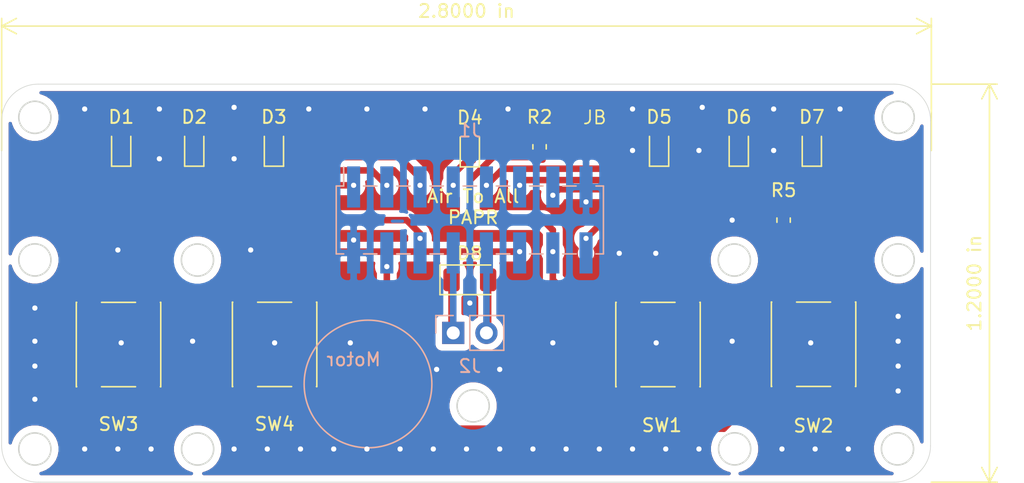
<source format=kicad_pcb>
(kicad_pcb (version 20171130) (host pcbnew "(5.1.5)-3")

  (general
    (thickness 1.6)
    (drawings 27)
    (tracks 170)
    (zones 0)
    (modules 16)
    (nets 16)
  )

  (page A4)
  (layers
    (0 F.Cu signal)
    (31 B.Cu signal)
    (32 B.Adhes user)
    (33 F.Adhes user)
    (34 B.Paste user)
    (35 F.Paste user)
    (36 B.SilkS user)
    (37 F.SilkS user)
    (38 B.Mask user)
    (39 F.Mask user)
    (40 Dwgs.User user)
    (41 Cmts.User user)
    (42 Eco1.User user)
    (43 Eco2.User user)
    (44 Edge.Cuts user)
    (45 Margin user)
    (46 B.CrtYd user)
    (47 F.CrtYd user)
    (48 B.Fab user hide)
    (49 F.Fab user hide)
  )

  (setup
    (last_trace_width 0.25)
    (user_trace_width 0.5)
    (user_trace_width 0.75)
    (user_trace_width 1)
    (user_trace_width 1.27)
    (trace_clearance 0.2)
    (zone_clearance 0.508)
    (zone_45_only no)
    (trace_min 0.2)
    (via_size 0.8)
    (via_drill 0.4)
    (via_min_size 0.4)
    (via_min_drill 0.3)
    (uvia_size 0.3)
    (uvia_drill 0.1)
    (uvias_allowed no)
    (uvia_min_size 0.2)
    (uvia_min_drill 0.1)
    (edge_width 0.05)
    (segment_width 0.2)
    (pcb_text_width 0.3)
    (pcb_text_size 1.5 1.5)
    (mod_edge_width 0.12)
    (mod_text_size 1 1)
    (mod_text_width 0.15)
    (pad_size 1.524 1.524)
    (pad_drill 0.762)
    (pad_to_mask_clearance 0.051)
    (solder_mask_min_width 0.25)
    (aux_axis_origin 0 0)
    (visible_elements 7FFFF7FF)
    (pcbplotparams
      (layerselection 0x010fc_ffffffff)
      (usegerberextensions false)
      (usegerberattributes false)
      (usegerberadvancedattributes false)
      (creategerberjobfile false)
      (excludeedgelayer true)
      (linewidth 0.100000)
      (plotframeref false)
      (viasonmask false)
      (mode 1)
      (useauxorigin false)
      (hpglpennumber 1)
      (hpglpenspeed 20)
      (hpglpendiameter 15.000000)
      (psnegative false)
      (psa4output false)
      (plotreference true)
      (plotvalue true)
      (plotinvisibletext false)
      (padsonsilk false)
      (subtractmaskfromsilk false)
      (outputformat 1)
      (mirror false)
      (drillshape 0)
      (scaleselection 1)
      (outputdirectory "../../2/"))
  )

  (net 0 "")
  (net 1 GND)
  (net 2 Down)
  (net 3 Up)
  (net 4 +5V)
  (net 5 LED5)
  (net 6 LED4)
  (net 7 LED3)
  (net 8 LED2)
  (net 9 LED1)
  (net 10 LED7)
  (net 11 LED6)
  (net 12 ON)
  (net 13 ON\*OFF)
  (net 14 Motor+)
  (net 15 Motor-)

  (net_class Default "This is the default net class."
    (clearance 0.2)
    (trace_width 0.25)
    (via_dia 0.8)
    (via_drill 0.4)
    (uvia_dia 0.3)
    (uvia_drill 0.1)
    (add_net +5V)
    (add_net Down)
    (add_net GND)
    (add_net LED1)
    (add_net LED2)
    (add_net LED3)
    (add_net LED4)
    (add_net LED5)
    (add_net LED6)
    (add_net LED7)
    (add_net Motor+)
    (add_net Motor-)
    (add_net ON)
    (add_net ON\*OFF)
    (add_net Up)
  )

  (module Button_Switch_SMD:SW_SPST_PTS645 (layer F.Cu) (tedit 5A02FC95) (tstamp 5EFEEFF5)
    (at 175.82 70.73 270)
    (descr "C&K Components SPST SMD PTS645 Series 6mm Tact Switch")
    (tags "SPST Button Switch")
    (path /5EAB9325)
    (attr smd)
    (fp_text reference SW4 (at 6.096 0 180) (layer F.SilkS)
      (effects (font (size 1 1) (thickness 0.15)))
    )
    (fp_text value Power_off (at 0 4.15 90) (layer F.Fab)
      (effects (font (size 1 1) (thickness 0.15)))
    )
    (fp_circle (center 0 0) (end 1.75 -0.05) (layer F.Fab) (width 0.1))
    (fp_line (start -3.23 3.23) (end 3.23 3.23) (layer F.SilkS) (width 0.12))
    (fp_line (start -3.23 -1.3) (end -3.23 1.3) (layer F.SilkS) (width 0.12))
    (fp_line (start -3.23 -3.23) (end 3.23 -3.23) (layer F.SilkS) (width 0.12))
    (fp_line (start 3.23 -1.3) (end 3.23 1.3) (layer F.SilkS) (width 0.12))
    (fp_line (start -3.23 -3.2) (end -3.23 -3.23) (layer F.SilkS) (width 0.12))
    (fp_line (start -3.23 3.23) (end -3.23 3.2) (layer F.SilkS) (width 0.12))
    (fp_line (start 3.23 3.23) (end 3.23 3.2) (layer F.SilkS) (width 0.12))
    (fp_line (start 3.23 -3.23) (end 3.23 -3.2) (layer F.SilkS) (width 0.12))
    (fp_line (start -5.05 -3.4) (end 5.05 -3.4) (layer F.CrtYd) (width 0.05))
    (fp_line (start -5.05 3.4) (end 5.05 3.4) (layer F.CrtYd) (width 0.05))
    (fp_line (start -5.05 -3.4) (end -5.05 3.4) (layer F.CrtYd) (width 0.05))
    (fp_line (start 5.05 3.4) (end 5.05 -3.4) (layer F.CrtYd) (width 0.05))
    (fp_line (start 3 -3) (end -3 -3) (layer F.Fab) (width 0.1))
    (fp_line (start 3 3) (end 3 -3) (layer F.Fab) (width 0.1))
    (fp_line (start -3 3) (end 3 3) (layer F.Fab) (width 0.1))
    (fp_line (start -3 -3) (end -3 3) (layer F.Fab) (width 0.1))
    (fp_text user %R (at 0 -4.05 90) (layer F.Fab)
      (effects (font (size 1 1) (thickness 0.15)))
    )
    (pad 2 smd rect (at 3.98 2.25 270) (size 1.55 1.3) (layers F.Cu F.Paste F.Mask)
      (net 13 ON\*OFF))
    (pad 1 smd rect (at 3.98 -2.25 270) (size 1.55 1.3) (layers F.Cu F.Paste F.Mask)
      (net 1 GND))
    (pad 1 smd rect (at -3.98 -2.25 270) (size 1.55 1.3) (layers F.Cu F.Paste F.Mask)
      (net 1 GND))
    (pad 2 smd rect (at -3.98 2.25 270) (size 1.55 1.3) (layers F.Cu F.Paste F.Mask)
      (net 13 ON\*OFF))
    (model ${KISYS3DMOD}/Button_Switch_SMD.3dshapes/SW_SPST_PTS645.wrl
      (at (xyz 0 0 0))
      (scale (xyz 1 1 1))
      (rotate (xyz 0 0 0))
    )
  )

  (module Button_Switch_SMD:SW_SPST_PTS645 (layer F.Cu) (tedit 5A02FC95) (tstamp 5EFEEFDC)
    (at 163.88 70.74 270)
    (descr "C&K Components SPST SMD PTS645 Series 6mm Tact Switch")
    (tags "SPST Button Switch")
    (path /5EAA574F)
    (attr smd)
    (fp_text reference SW3 (at 6.096 0 180) (layer F.SilkS)
      (effects (font (size 1 1) (thickness 0.15)))
    )
    (fp_text value Power_On (at 0 4.15 90) (layer F.Fab)
      (effects (font (size 1 1) (thickness 0.15)))
    )
    (fp_circle (center 0 0) (end 1.75 -0.05) (layer F.Fab) (width 0.1))
    (fp_line (start -3.23 3.23) (end 3.23 3.23) (layer F.SilkS) (width 0.12))
    (fp_line (start -3.23 -1.3) (end -3.23 1.3) (layer F.SilkS) (width 0.12))
    (fp_line (start -3.23 -3.23) (end 3.23 -3.23) (layer F.SilkS) (width 0.12))
    (fp_line (start 3.23 -1.3) (end 3.23 1.3) (layer F.SilkS) (width 0.12))
    (fp_line (start -3.23 -3.2) (end -3.23 -3.23) (layer F.SilkS) (width 0.12))
    (fp_line (start -3.23 3.23) (end -3.23 3.2) (layer F.SilkS) (width 0.12))
    (fp_line (start 3.23 3.23) (end 3.23 3.2) (layer F.SilkS) (width 0.12))
    (fp_line (start 3.23 -3.23) (end 3.23 -3.2) (layer F.SilkS) (width 0.12))
    (fp_line (start -5.05 -3.4) (end 5.05 -3.4) (layer F.CrtYd) (width 0.05))
    (fp_line (start -5.05 3.4) (end 5.05 3.4) (layer F.CrtYd) (width 0.05))
    (fp_line (start -5.05 -3.4) (end -5.05 3.4) (layer F.CrtYd) (width 0.05))
    (fp_line (start 5.05 3.4) (end 5.05 -3.4) (layer F.CrtYd) (width 0.05))
    (fp_line (start 3 -3) (end -3 -3) (layer F.Fab) (width 0.1))
    (fp_line (start 3 3) (end 3 -3) (layer F.Fab) (width 0.1))
    (fp_line (start -3 3) (end 3 3) (layer F.Fab) (width 0.1))
    (fp_line (start -3 -3) (end -3 3) (layer F.Fab) (width 0.1))
    (fp_text user %R (at 0 -4.05 90) (layer F.Fab)
      (effects (font (size 1 1) (thickness 0.15)))
    )
    (pad 2 smd rect (at 3.98 2.25 270) (size 1.55 1.3) (layers F.Cu F.Paste F.Mask)
      (net 12 ON))
    (pad 1 smd rect (at 3.98 -2.25 270) (size 1.55 1.3) (layers F.Cu F.Paste F.Mask)
      (net 13 ON\*OFF))
    (pad 1 smd rect (at -3.98 -2.25 270) (size 1.55 1.3) (layers F.Cu F.Paste F.Mask)
      (net 13 ON\*OFF))
    (pad 2 smd rect (at -3.98 2.25 270) (size 1.55 1.3) (layers F.Cu F.Paste F.Mask)
      (net 12 ON))
    (model ${KISYS3DMOD}/Button_Switch_SMD.3dshapes/SW_SPST_PTS645.wrl
      (at (xyz 0 0 0))
      (scale (xyz 1 1 1))
      (rotate (xyz 0 0 0))
    )
  )

  (module Button_Switch_SMD:SW_SPST_PTS645 (layer F.Cu) (tedit 5A02FC95) (tstamp 5EFEEFC3)
    (at 217.05 70.72 270)
    (descr "C&K Components SPST SMD PTS645 Series 6mm Tact Switch")
    (tags "SPST Button Switch")
    (path /5EABAB46)
    (attr smd)
    (fp_text reference SW2 (at 6.242 0.007 180) (layer F.SilkS)
      (effects (font (size 1 1) (thickness 0.15)))
    )
    (fp_text value Fan_Up (at 0 4.15 90) (layer F.Fab)
      (effects (font (size 1 1) (thickness 0.15)))
    )
    (fp_circle (center 0 0) (end 1.75 -0.05) (layer F.Fab) (width 0.1))
    (fp_line (start -3.23 3.23) (end 3.23 3.23) (layer F.SilkS) (width 0.12))
    (fp_line (start -3.23 -1.3) (end -3.23 1.3) (layer F.SilkS) (width 0.12))
    (fp_line (start -3.23 -3.23) (end 3.23 -3.23) (layer F.SilkS) (width 0.12))
    (fp_line (start 3.23 -1.3) (end 3.23 1.3) (layer F.SilkS) (width 0.12))
    (fp_line (start -3.23 -3.2) (end -3.23 -3.23) (layer F.SilkS) (width 0.12))
    (fp_line (start -3.23 3.23) (end -3.23 3.2) (layer F.SilkS) (width 0.12))
    (fp_line (start 3.23 3.23) (end 3.23 3.2) (layer F.SilkS) (width 0.12))
    (fp_line (start 3.23 -3.23) (end 3.23 -3.2) (layer F.SilkS) (width 0.12))
    (fp_line (start -5.05 -3.4) (end 5.05 -3.4) (layer F.CrtYd) (width 0.05))
    (fp_line (start -5.05 3.4) (end 5.05 3.4) (layer F.CrtYd) (width 0.05))
    (fp_line (start -5.05 -3.4) (end -5.05 3.4) (layer F.CrtYd) (width 0.05))
    (fp_line (start 5.05 3.4) (end 5.05 -3.4) (layer F.CrtYd) (width 0.05))
    (fp_line (start 3 -3) (end -3 -3) (layer F.Fab) (width 0.1))
    (fp_line (start 3 3) (end 3 -3) (layer F.Fab) (width 0.1))
    (fp_line (start -3 3) (end 3 3) (layer F.Fab) (width 0.1))
    (fp_line (start -3 -3) (end -3 3) (layer F.Fab) (width 0.1))
    (fp_text user %R (at 0 -4.05 90) (layer F.Fab)
      (effects (font (size 1 1) (thickness 0.15)))
    )
    (pad 2 smd rect (at 3.98 2.25 270) (size 1.55 1.3) (layers F.Cu F.Paste F.Mask)
      (net 3 Up))
    (pad 1 smd rect (at 3.98 -2.25 270) (size 1.55 1.3) (layers F.Cu F.Paste F.Mask)
      (net 1 GND))
    (pad 1 smd rect (at -3.98 -2.25 270) (size 1.55 1.3) (layers F.Cu F.Paste F.Mask)
      (net 1 GND))
    (pad 2 smd rect (at -3.98 2.25 270) (size 1.55 1.3) (layers F.Cu F.Paste F.Mask)
      (net 3 Up))
    (model ${KISYS3DMOD}/Button_Switch_SMD.3dshapes/SW_SPST_PTS645.wrl
      (at (xyz 0 0 0))
      (scale (xyz 1 1 1))
      (rotate (xyz 0 0 0))
    )
  )

  (module Button_Switch_SMD:SW_SPST_PTS645 (layer F.Cu) (tedit 5A02FC95) (tstamp 5EFEEFAA)
    (at 205.15 70.74 270)
    (descr "C&K Components SPST SMD PTS645 Series 6mm Tact Switch")
    (tags "SPST Button Switch")
    (path /5EAB9CD6)
    (attr smd)
    (fp_text reference SW1 (at 6.185 -0.29 180) (layer F.SilkS)
      (effects (font (size 1 1) (thickness 0.15)))
    )
    (fp_text value Fan_Down (at 0 4.15 90) (layer F.Fab)
      (effects (font (size 1 1) (thickness 0.15)))
    )
    (fp_circle (center 0 0) (end 1.75 -0.05) (layer F.Fab) (width 0.1))
    (fp_line (start -3.23 3.23) (end 3.23 3.23) (layer F.SilkS) (width 0.12))
    (fp_line (start -3.23 -1.3) (end -3.23 1.3) (layer F.SilkS) (width 0.12))
    (fp_line (start -3.23 -3.23) (end 3.23 -3.23) (layer F.SilkS) (width 0.12))
    (fp_line (start 3.23 -1.3) (end 3.23 1.3) (layer F.SilkS) (width 0.12))
    (fp_line (start -3.23 -3.2) (end -3.23 -3.23) (layer F.SilkS) (width 0.12))
    (fp_line (start -3.23 3.23) (end -3.23 3.2) (layer F.SilkS) (width 0.12))
    (fp_line (start 3.23 3.23) (end 3.23 3.2) (layer F.SilkS) (width 0.12))
    (fp_line (start 3.23 -3.23) (end 3.23 -3.2) (layer F.SilkS) (width 0.12))
    (fp_line (start -5.05 -3.4) (end 5.05 -3.4) (layer F.CrtYd) (width 0.05))
    (fp_line (start -5.05 3.4) (end 5.05 3.4) (layer F.CrtYd) (width 0.05))
    (fp_line (start -5.05 -3.4) (end -5.05 3.4) (layer F.CrtYd) (width 0.05))
    (fp_line (start 5.05 3.4) (end 5.05 -3.4) (layer F.CrtYd) (width 0.05))
    (fp_line (start 3 -3) (end -3 -3) (layer F.Fab) (width 0.1))
    (fp_line (start 3 3) (end 3 -3) (layer F.Fab) (width 0.1))
    (fp_line (start -3 3) (end 3 3) (layer F.Fab) (width 0.1))
    (fp_line (start -3 -3) (end -3 3) (layer F.Fab) (width 0.1))
    (fp_text user %R (at 0 -4.05 90) (layer F.Fab)
      (effects (font (size 1 1) (thickness 0.15)))
    )
    (pad 2 smd rect (at 3.98 2.25 270) (size 1.55 1.3) (layers F.Cu F.Paste F.Mask)
      (net 2 Down))
    (pad 1 smd rect (at 3.98 -2.25 270) (size 1.55 1.3) (layers F.Cu F.Paste F.Mask)
      (net 1 GND))
    (pad 1 smd rect (at -3.98 -2.25 270) (size 1.55 1.3) (layers F.Cu F.Paste F.Mask)
      (net 1 GND))
    (pad 2 smd rect (at -3.98 2.25 270) (size 1.55 1.3) (layers F.Cu F.Paste F.Mask)
      (net 2 Down))
    (model ${KISYS3DMOD}/Button_Switch_SMD.3dshapes/SW_SPST_PTS645.wrl
      (at (xyz 0 0 0))
      (scale (xyz 1 1 1))
      (rotate (xyz 0 0 0))
    )
  )

  (module Connector_PinHeader_2.54mm:PinHeader_2x08_P2.54mm_Vertical_SMD (layer B.Cu) (tedit 59FED5CC) (tstamp 5EB436F6)
    (at 190.754 61.199 270)
    (descr "surface-mounted straight pin header, 2x08, 2.54mm pitch, double rows")
    (tags "Surface mounted pin header SMD 2x08 2.54mm double row")
    (path /5EB458C0)
    (attr smd)
    (fp_text reference J1 (at -6.843 0) (layer B.SilkS)
      (effects (font (size 1 1) (thickness 0.15)) (justify mirror))
    )
    (fp_text value Front_panel_control (at 0 -11.22 90) (layer B.Fab)
      (effects (font (size 1 1) (thickness 0.15)) (justify mirror))
    )
    (fp_text user %R (at 0 0 180) (layer B.Fab)
      (effects (font (size 1 1) (thickness 0.15)) (justify mirror))
    )
    (fp_line (start 5.9 10.7) (end -5.9 10.7) (layer B.CrtYd) (width 0.05))
    (fp_line (start 5.9 -10.7) (end 5.9 10.7) (layer B.CrtYd) (width 0.05))
    (fp_line (start -5.9 -10.7) (end 5.9 -10.7) (layer B.CrtYd) (width 0.05))
    (fp_line (start -5.9 10.7) (end -5.9 -10.7) (layer B.CrtYd) (width 0.05))
    (fp_line (start 2.6 -7.11) (end 2.6 -8.13) (layer B.SilkS) (width 0.12))
    (fp_line (start -2.6 -7.11) (end -2.6 -8.13) (layer B.SilkS) (width 0.12))
    (fp_line (start 2.6 -4.57) (end 2.6 -5.59) (layer B.SilkS) (width 0.12))
    (fp_line (start -2.6 -4.57) (end -2.6 -5.59) (layer B.SilkS) (width 0.12))
    (fp_line (start 2.6 -2.03) (end 2.6 -3.05) (layer B.SilkS) (width 0.12))
    (fp_line (start -2.6 -2.03) (end -2.6 -3.05) (layer B.SilkS) (width 0.12))
    (fp_line (start 2.6 0.51) (end 2.6 -0.51) (layer B.SilkS) (width 0.12))
    (fp_line (start -2.6 0.51) (end -2.6 -0.51) (layer B.SilkS) (width 0.12))
    (fp_line (start 2.6 3.05) (end 2.6 2.03) (layer B.SilkS) (width 0.12))
    (fp_line (start -2.6 3.05) (end -2.6 2.03) (layer B.SilkS) (width 0.12))
    (fp_line (start 2.6 5.59) (end 2.6 4.57) (layer B.SilkS) (width 0.12))
    (fp_line (start -2.6 5.59) (end -2.6 4.57) (layer B.SilkS) (width 0.12))
    (fp_line (start 2.6 8.13) (end 2.6 7.11) (layer B.SilkS) (width 0.12))
    (fp_line (start -2.6 8.13) (end -2.6 7.11) (layer B.SilkS) (width 0.12))
    (fp_line (start 2.6 -9.65) (end 2.6 -10.22) (layer B.SilkS) (width 0.12))
    (fp_line (start -2.6 -9.65) (end -2.6 -10.22) (layer B.SilkS) (width 0.12))
    (fp_line (start 2.6 10.22) (end 2.6 9.65) (layer B.SilkS) (width 0.12))
    (fp_line (start -2.6 10.22) (end -2.6 9.65) (layer B.SilkS) (width 0.12))
    (fp_line (start -4.04 9.65) (end -2.6 9.65) (layer B.SilkS) (width 0.12))
    (fp_line (start -2.6 -10.22) (end 2.6 -10.22) (layer B.SilkS) (width 0.12))
    (fp_line (start -2.6 10.22) (end 2.6 10.22) (layer B.SilkS) (width 0.12))
    (fp_line (start 3.6 -9.21) (end 2.54 -9.21) (layer B.Fab) (width 0.1))
    (fp_line (start 3.6 -8.57) (end 3.6 -9.21) (layer B.Fab) (width 0.1))
    (fp_line (start 2.54 -8.57) (end 3.6 -8.57) (layer B.Fab) (width 0.1))
    (fp_line (start -3.6 -9.21) (end -2.54 -9.21) (layer B.Fab) (width 0.1))
    (fp_line (start -3.6 -8.57) (end -3.6 -9.21) (layer B.Fab) (width 0.1))
    (fp_line (start -2.54 -8.57) (end -3.6 -8.57) (layer B.Fab) (width 0.1))
    (fp_line (start 3.6 -6.67) (end 2.54 -6.67) (layer B.Fab) (width 0.1))
    (fp_line (start 3.6 -6.03) (end 3.6 -6.67) (layer B.Fab) (width 0.1))
    (fp_line (start 2.54 -6.03) (end 3.6 -6.03) (layer B.Fab) (width 0.1))
    (fp_line (start -3.6 -6.67) (end -2.54 -6.67) (layer B.Fab) (width 0.1))
    (fp_line (start -3.6 -6.03) (end -3.6 -6.67) (layer B.Fab) (width 0.1))
    (fp_line (start -2.54 -6.03) (end -3.6 -6.03) (layer B.Fab) (width 0.1))
    (fp_line (start 3.6 -4.13) (end 2.54 -4.13) (layer B.Fab) (width 0.1))
    (fp_line (start 3.6 -3.49) (end 3.6 -4.13) (layer B.Fab) (width 0.1))
    (fp_line (start 2.54 -3.49) (end 3.6 -3.49) (layer B.Fab) (width 0.1))
    (fp_line (start -3.6 -4.13) (end -2.54 -4.13) (layer B.Fab) (width 0.1))
    (fp_line (start -3.6 -3.49) (end -3.6 -4.13) (layer B.Fab) (width 0.1))
    (fp_line (start -2.54 -3.49) (end -3.6 -3.49) (layer B.Fab) (width 0.1))
    (fp_line (start 3.6 -1.59) (end 2.54 -1.59) (layer B.Fab) (width 0.1))
    (fp_line (start 3.6 -0.95) (end 3.6 -1.59) (layer B.Fab) (width 0.1))
    (fp_line (start 2.54 -0.95) (end 3.6 -0.95) (layer B.Fab) (width 0.1))
    (fp_line (start -3.6 -1.59) (end -2.54 -1.59) (layer B.Fab) (width 0.1))
    (fp_line (start -3.6 -0.95) (end -3.6 -1.59) (layer B.Fab) (width 0.1))
    (fp_line (start -2.54 -0.95) (end -3.6 -0.95) (layer B.Fab) (width 0.1))
    (fp_line (start 3.6 0.95) (end 2.54 0.95) (layer B.Fab) (width 0.1))
    (fp_line (start 3.6 1.59) (end 3.6 0.95) (layer B.Fab) (width 0.1))
    (fp_line (start 2.54 1.59) (end 3.6 1.59) (layer B.Fab) (width 0.1))
    (fp_line (start -3.6 0.95) (end -2.54 0.95) (layer B.Fab) (width 0.1))
    (fp_line (start -3.6 1.59) (end -3.6 0.95) (layer B.Fab) (width 0.1))
    (fp_line (start -2.54 1.59) (end -3.6 1.59) (layer B.Fab) (width 0.1))
    (fp_line (start 3.6 3.49) (end 2.54 3.49) (layer B.Fab) (width 0.1))
    (fp_line (start 3.6 4.13) (end 3.6 3.49) (layer B.Fab) (width 0.1))
    (fp_line (start 2.54 4.13) (end 3.6 4.13) (layer B.Fab) (width 0.1))
    (fp_line (start -3.6 3.49) (end -2.54 3.49) (layer B.Fab) (width 0.1))
    (fp_line (start -3.6 4.13) (end -3.6 3.49) (layer B.Fab) (width 0.1))
    (fp_line (start -2.54 4.13) (end -3.6 4.13) (layer B.Fab) (width 0.1))
    (fp_line (start 3.6 6.03) (end 2.54 6.03) (layer B.Fab) (width 0.1))
    (fp_line (start 3.6 6.67) (end 3.6 6.03) (layer B.Fab) (width 0.1))
    (fp_line (start 2.54 6.67) (end 3.6 6.67) (layer B.Fab) (width 0.1))
    (fp_line (start -3.6 6.03) (end -2.54 6.03) (layer B.Fab) (width 0.1))
    (fp_line (start -3.6 6.67) (end -3.6 6.03) (layer B.Fab) (width 0.1))
    (fp_line (start -2.54 6.67) (end -3.6 6.67) (layer B.Fab) (width 0.1))
    (fp_line (start 3.6 8.57) (end 2.54 8.57) (layer B.Fab) (width 0.1))
    (fp_line (start 3.6 9.21) (end 3.6 8.57) (layer B.Fab) (width 0.1))
    (fp_line (start 2.54 9.21) (end 3.6 9.21) (layer B.Fab) (width 0.1))
    (fp_line (start -3.6 8.57) (end -2.54 8.57) (layer B.Fab) (width 0.1))
    (fp_line (start -3.6 9.21) (end -3.6 8.57) (layer B.Fab) (width 0.1))
    (fp_line (start -2.54 9.21) (end -3.6 9.21) (layer B.Fab) (width 0.1))
    (fp_line (start 2.54 10.16) (end 2.54 -10.16) (layer B.Fab) (width 0.1))
    (fp_line (start -2.54 9.21) (end -1.59 10.16) (layer B.Fab) (width 0.1))
    (fp_line (start -2.54 -10.16) (end -2.54 9.21) (layer B.Fab) (width 0.1))
    (fp_line (start -1.59 10.16) (end 2.54 10.16) (layer B.Fab) (width 0.1))
    (fp_line (start 2.54 -10.16) (end -2.54 -10.16) (layer B.Fab) (width 0.1))
    (pad 16 smd rect (at 2.525 -8.89 270) (size 3.15 1) (layers B.Cu B.Paste B.Mask)
      (net 4 +5V))
    (pad 15 smd rect (at -2.525 -8.89 270) (size 3.15 1) (layers B.Cu B.Paste B.Mask)
      (net 1 GND))
    (pad 14 smd rect (at 2.525 -6.35 270) (size 3.15 1) (layers B.Cu B.Paste B.Mask)
      (net 2 Down))
    (pad 13 smd rect (at -2.525 -6.35 270) (size 3.15 1) (layers B.Cu B.Paste B.Mask)
      (net 10 LED7))
    (pad 12 smd rect (at 2.525 -3.81 270) (size 3.15 1) (layers B.Cu B.Paste B.Mask)
      (net 13 ON\*OFF))
    (pad 11 smd rect (at -2.525 -3.81 270) (size 3.15 1) (layers B.Cu B.Paste B.Mask)
      (net 11 LED6))
    (pad 10 smd rect (at 2.525 -1.27 270) (size 3.15 1) (layers B.Cu B.Paste B.Mask)
      (net 15 Motor-))
    (pad 9 smd rect (at -2.525 -1.27 270) (size 3.15 1) (layers B.Cu B.Paste B.Mask)
      (net 5 LED5))
    (pad 8 smd rect (at 2.525 1.27 270) (size 3.15 1) (layers B.Cu B.Paste B.Mask)
      (net 14 Motor+))
    (pad 7 smd rect (at -2.525 1.27 270) (size 3.15 1) (layers B.Cu B.Paste B.Mask)
      (net 6 LED4))
    (pad 6 smd rect (at 2.525 3.81 270) (size 3.15 1) (layers B.Cu B.Paste B.Mask)
      (net 12 ON))
    (pad 5 smd rect (at -2.525 3.81 270) (size 3.15 1) (layers B.Cu B.Paste B.Mask)
      (net 7 LED3))
    (pad 4 smd rect (at 2.525 6.35 270) (size 3.15 1) (layers B.Cu B.Paste B.Mask)
      (net 3 Up))
    (pad 3 smd rect (at -2.525 6.35 270) (size 3.15 1) (layers B.Cu B.Paste B.Mask)
      (net 8 LED2))
    (pad 2 smd rect (at 2.525 8.89 270) (size 3.15 1) (layers B.Cu B.Paste B.Mask)
      (net 1 GND))
    (pad 1 smd rect (at -2.525 8.89 270) (size 3.15 1) (layers B.Cu B.Paste B.Mask)
      (net 9 LED1))
    (model ${KISYS3DMOD}/Connector_IDC.3dshapes/713491006.stp
      (offset (xyz 0.4 0 7.5))
      (scale (xyz 1 1 1))
      (rotate (xyz 90 180 90))
    )
  )

  (module Diode_SMD:D_1206_3216Metric (layer F.Cu) (tedit 5B301BBE) (tstamp 5EFEE03C)
    (at 190.754 65.786)
    (descr "Diode SMD 1206 (3216 Metric), square (rectangular) end terminal, IPC_7351 nominal, (Body size source: http://www.tortai-tech.com/upload/download/2011102023233369053.pdf), generated with kicad-footprint-generator")
    (tags diode)
    (path /5F009E7E)
    (attr smd)
    (fp_text reference D8 (at 0 -2.032) (layer F.SilkS)
      (effects (font (size 1 1) (thickness 0.15)))
    )
    (fp_text value 1N914 (at 0 1.82) (layer F.Fab)
      (effects (font (size 1 1) (thickness 0.15)))
    )
    (fp_line (start 1.6 -0.8) (end -1.2 -0.8) (layer F.Fab) (width 0.1))
    (fp_line (start -1.2 -0.8) (end -1.6 -0.4) (layer F.Fab) (width 0.1))
    (fp_line (start -1.6 -0.4) (end -1.6 0.8) (layer F.Fab) (width 0.1))
    (fp_line (start -1.6 0.8) (end 1.6 0.8) (layer F.Fab) (width 0.1))
    (fp_line (start 1.6 0.8) (end 1.6 -0.8) (layer F.Fab) (width 0.1))
    (fp_line (start 1.6 -1.135) (end -2.285 -1.135) (layer F.SilkS) (width 0.12))
    (fp_line (start -2.285 -1.135) (end -2.285 1.135) (layer F.SilkS) (width 0.12))
    (fp_line (start -2.285 1.135) (end 1.6 1.135) (layer F.SilkS) (width 0.12))
    (fp_line (start -2.28 1.12) (end -2.28 -1.12) (layer F.CrtYd) (width 0.05))
    (fp_line (start -2.28 -1.12) (end 2.28 -1.12) (layer F.CrtYd) (width 0.05))
    (fp_line (start 2.28 -1.12) (end 2.28 1.12) (layer F.CrtYd) (width 0.05))
    (fp_line (start 2.28 1.12) (end -2.28 1.12) (layer F.CrtYd) (width 0.05))
    (fp_text user %R (at 0 0) (layer F.Fab)
      (effects (font (size 0.8 0.8) (thickness 0.12)))
    )
    (pad 1 smd roundrect (at -1.4 0) (size 1.25 1.75) (layers F.Cu F.Paste F.Mask) (roundrect_rratio 0.2)
      (net 14 Motor+))
    (pad 2 smd roundrect (at 1.4 0) (size 1.25 1.75) (layers F.Cu F.Paste F.Mask) (roundrect_rratio 0.2)
      (net 15 Motor-))
    (model ${KISYS3DMOD}/Diode_SMD.3dshapes/D_1206_3216Metric.wrl
      (at (xyz 0 0 0))
      (scale (xyz 1 1 1))
      (rotate (xyz 0 0 0))
    )
  )

  (module LED_SMD:LED_0603_1608Metric (layer F.Cu) (tedit 5B301BBE) (tstamp 5EFEC505)
    (at 164.084 55.6005 90)
    (descr "LED SMD 0603 (1608 Metric), square (rectangular) end terminal, IPC_7351 nominal, (Body size source: http://www.tortai-tech.com/upload/download/2011102023233369053.pdf), generated with kicad-footprint-generator")
    (tags diode)
    (path /5EAC1FBE)
    (attr smd)
    (fp_text reference D1 (at 2.286 0 180) (layer F.SilkS)
      (effects (font (size 1 1) (thickness 0.15)))
    )
    (fp_text value LED (at 0 1.43 90) (layer F.Fab)
      (effects (font (size 1 1) (thickness 0.15)))
    )
    (fp_line (start 0.8 -0.4) (end -0.5 -0.4) (layer F.Fab) (width 0.1))
    (fp_line (start -0.5 -0.4) (end -0.8 -0.1) (layer F.Fab) (width 0.1))
    (fp_line (start -0.8 -0.1) (end -0.8 0.4) (layer F.Fab) (width 0.1))
    (fp_line (start -0.8 0.4) (end 0.8 0.4) (layer F.Fab) (width 0.1))
    (fp_line (start 0.8 0.4) (end 0.8 -0.4) (layer F.Fab) (width 0.1))
    (fp_line (start 0.8 -0.735) (end -1.485 -0.735) (layer F.SilkS) (width 0.12))
    (fp_line (start -1.485 -0.735) (end -1.485 0.735) (layer F.SilkS) (width 0.12))
    (fp_line (start -1.485 0.735) (end 0.8 0.735) (layer F.SilkS) (width 0.12))
    (fp_line (start -1.48 0.73) (end -1.48 -0.73) (layer F.CrtYd) (width 0.05))
    (fp_line (start -1.48 -0.73) (end 1.48 -0.73) (layer F.CrtYd) (width 0.05))
    (fp_line (start 1.48 -0.73) (end 1.48 0.73) (layer F.CrtYd) (width 0.05))
    (fp_line (start 1.48 0.73) (end -1.48 0.73) (layer F.CrtYd) (width 0.05))
    (fp_text user %R (at 0 0 90) (layer F.Fab)
      (effects (font (size 0.4 0.4) (thickness 0.06)))
    )
    (pad 1 smd roundrect (at -0.7875 0 90) (size 0.875 0.95) (layers F.Cu F.Paste F.Mask) (roundrect_rratio 0.25)
      (net 9 LED1))
    (pad 2 smd roundrect (at 0.7875 0 90) (size 0.875 0.95) (layers F.Cu F.Paste F.Mask) (roundrect_rratio 0.25)
      (net 4 +5V))
    (model ${KISYS3DMOD}/LED_SMD.3dshapes/LED_0603_1608Metric.wrl
      (at (xyz 0 0 0))
      (scale (xyz 1 1 1))
      (rotate (xyz 0 0 0))
    )
  )

  (module LED_SMD:LED_0603_1608Metric (layer F.Cu) (tedit 5B301BBE) (tstamp 5EFEC517)
    (at 169.672 55.6005 90)
    (descr "LED SMD 0603 (1608 Metric), square (rectangular) end terminal, IPC_7351 nominal, (Body size source: http://www.tortai-tech.com/upload/download/2011102023233369053.pdf), generated with kicad-footprint-generator")
    (tags diode)
    (path /5EB21ED9)
    (attr smd)
    (fp_text reference D2 (at 2.286 0 180) (layer F.SilkS)
      (effects (font (size 1 1) (thickness 0.15)))
    )
    (fp_text value LED (at 0 1.43 90) (layer F.Fab)
      (effects (font (size 1 1) (thickness 0.15)))
    )
    (fp_line (start 0.8 -0.4) (end -0.5 -0.4) (layer F.Fab) (width 0.1))
    (fp_line (start -0.5 -0.4) (end -0.8 -0.1) (layer F.Fab) (width 0.1))
    (fp_line (start -0.8 -0.1) (end -0.8 0.4) (layer F.Fab) (width 0.1))
    (fp_line (start -0.8 0.4) (end 0.8 0.4) (layer F.Fab) (width 0.1))
    (fp_line (start 0.8 0.4) (end 0.8 -0.4) (layer F.Fab) (width 0.1))
    (fp_line (start 0.8 -0.735) (end -1.485 -0.735) (layer F.SilkS) (width 0.12))
    (fp_line (start -1.485 -0.735) (end -1.485 0.735) (layer F.SilkS) (width 0.12))
    (fp_line (start -1.485 0.735) (end 0.8 0.735) (layer F.SilkS) (width 0.12))
    (fp_line (start -1.48 0.73) (end -1.48 -0.73) (layer F.CrtYd) (width 0.05))
    (fp_line (start -1.48 -0.73) (end 1.48 -0.73) (layer F.CrtYd) (width 0.05))
    (fp_line (start 1.48 -0.73) (end 1.48 0.73) (layer F.CrtYd) (width 0.05))
    (fp_line (start 1.48 0.73) (end -1.48 0.73) (layer F.CrtYd) (width 0.05))
    (fp_text user %R (at 0 0 90) (layer F.Fab)
      (effects (font (size 0.4 0.4) (thickness 0.06)))
    )
    (pad 1 smd roundrect (at -0.7875 0 90) (size 0.875 0.95) (layers F.Cu F.Paste F.Mask) (roundrect_rratio 0.25)
      (net 8 LED2))
    (pad 2 smd roundrect (at 0.7875 0 90) (size 0.875 0.95) (layers F.Cu F.Paste F.Mask) (roundrect_rratio 0.25)
      (net 4 +5V))
    (model ${KISYS3DMOD}/LED_SMD.3dshapes/LED_0603_1608Metric.wrl
      (at (xyz 0 0 0))
      (scale (xyz 1 1 1))
      (rotate (xyz 0 0 0))
    )
  )

  (module LED_SMD:LED_0603_1608Metric (layer F.Cu) (tedit 5B301BBE) (tstamp 5EFEC529)
    (at 175.768 55.6005 90)
    (descr "LED SMD 0603 (1608 Metric), square (rectangular) end terminal, IPC_7351 nominal, (Body size source: http://www.tortai-tech.com/upload/download/2011102023233369053.pdf), generated with kicad-footprint-generator")
    (tags diode)
    (path /5EAC3768)
    (attr smd)
    (fp_text reference D3 (at 2.286 0 180) (layer F.SilkS)
      (effects (font (size 1 1) (thickness 0.15)))
    )
    (fp_text value LED (at 0 1.43 90) (layer F.Fab)
      (effects (font (size 1 1) (thickness 0.15)))
    )
    (fp_line (start 0.8 -0.4) (end -0.5 -0.4) (layer F.Fab) (width 0.1))
    (fp_line (start -0.5 -0.4) (end -0.8 -0.1) (layer F.Fab) (width 0.1))
    (fp_line (start -0.8 -0.1) (end -0.8 0.4) (layer F.Fab) (width 0.1))
    (fp_line (start -0.8 0.4) (end 0.8 0.4) (layer F.Fab) (width 0.1))
    (fp_line (start 0.8 0.4) (end 0.8 -0.4) (layer F.Fab) (width 0.1))
    (fp_line (start 0.8 -0.735) (end -1.485 -0.735) (layer F.SilkS) (width 0.12))
    (fp_line (start -1.485 -0.735) (end -1.485 0.735) (layer F.SilkS) (width 0.12))
    (fp_line (start -1.485 0.735) (end 0.8 0.735) (layer F.SilkS) (width 0.12))
    (fp_line (start -1.48 0.73) (end -1.48 -0.73) (layer F.CrtYd) (width 0.05))
    (fp_line (start -1.48 -0.73) (end 1.48 -0.73) (layer F.CrtYd) (width 0.05))
    (fp_line (start 1.48 -0.73) (end 1.48 0.73) (layer F.CrtYd) (width 0.05))
    (fp_line (start 1.48 0.73) (end -1.48 0.73) (layer F.CrtYd) (width 0.05))
    (fp_text user %R (at 0 0 90) (layer F.Fab)
      (effects (font (size 0.4 0.4) (thickness 0.06)))
    )
    (pad 1 smd roundrect (at -0.7875 0 90) (size 0.875 0.95) (layers F.Cu F.Paste F.Mask) (roundrect_rratio 0.25)
      (net 7 LED3))
    (pad 2 smd roundrect (at 0.7875 0 90) (size 0.875 0.95) (layers F.Cu F.Paste F.Mask) (roundrect_rratio 0.25)
      (net 4 +5V))
    (model ${KISYS3DMOD}/LED_SMD.3dshapes/LED_0603_1608Metric.wrl
      (at (xyz 0 0 0))
      (scale (xyz 1 1 1))
      (rotate (xyz 0 0 0))
    )
  )

  (module LED_SMD:LED_0603_1608Metric (layer F.Cu) (tedit 5B301BBE) (tstamp 5EFEC53B)
    (at 190.754 55.6515 90)
    (descr "LED SMD 0603 (1608 Metric), square (rectangular) end terminal, IPC_7351 nominal, (Body size source: http://www.tortai-tech.com/upload/download/2011102023233369053.pdf), generated with kicad-footprint-generator")
    (tags diode)
    (path /5EAC3762)
    (attr smd)
    (fp_text reference D4 (at 2.286 0 180) (layer F.SilkS)
      (effects (font (size 1 1) (thickness 0.15)))
    )
    (fp_text value LED (at 0 1.43 90) (layer F.Fab)
      (effects (font (size 1 1) (thickness 0.15)))
    )
    (fp_text user %R (at 0 0 90) (layer F.Fab)
      (effects (font (size 0.4 0.4) (thickness 0.06)))
    )
    (fp_line (start 1.48 0.73) (end -1.48 0.73) (layer F.CrtYd) (width 0.05))
    (fp_line (start 1.48 -0.73) (end 1.48 0.73) (layer F.CrtYd) (width 0.05))
    (fp_line (start -1.48 -0.73) (end 1.48 -0.73) (layer F.CrtYd) (width 0.05))
    (fp_line (start -1.48 0.73) (end -1.48 -0.73) (layer F.CrtYd) (width 0.05))
    (fp_line (start -1.485 0.735) (end 0.8 0.735) (layer F.SilkS) (width 0.12))
    (fp_line (start -1.485 -0.735) (end -1.485 0.735) (layer F.SilkS) (width 0.12))
    (fp_line (start 0.8 -0.735) (end -1.485 -0.735) (layer F.SilkS) (width 0.12))
    (fp_line (start 0.8 0.4) (end 0.8 -0.4) (layer F.Fab) (width 0.1))
    (fp_line (start -0.8 0.4) (end 0.8 0.4) (layer F.Fab) (width 0.1))
    (fp_line (start -0.8 -0.1) (end -0.8 0.4) (layer F.Fab) (width 0.1))
    (fp_line (start -0.5 -0.4) (end -0.8 -0.1) (layer F.Fab) (width 0.1))
    (fp_line (start 0.8 -0.4) (end -0.5 -0.4) (layer F.Fab) (width 0.1))
    (pad 2 smd roundrect (at 0.7875 0 90) (size 0.875 0.95) (layers F.Cu F.Paste F.Mask) (roundrect_rratio 0.25)
      (net 4 +5V))
    (pad 1 smd roundrect (at -0.7875 0 90) (size 0.875 0.95) (layers F.Cu F.Paste F.Mask) (roundrect_rratio 0.25)
      (net 6 LED4))
    (model ${KISYS3DMOD}/LED_SMD.3dshapes/LED_0603_1608Metric.wrl
      (at (xyz 0 0 0))
      (scale (xyz 1 1 1))
      (rotate (xyz 0 0 0))
    )
  )

  (module LED_SMD:LED_0603_1608Metric (layer F.Cu) (tedit 5B301BBE) (tstamp 5EFEC54D)
    (at 205.232 55.6005 90)
    (descr "LED SMD 0603 (1608 Metric), square (rectangular) end terminal, IPC_7351 nominal, (Body size source: http://www.tortai-tech.com/upload/download/2011102023233369053.pdf), generated with kicad-footprint-generator")
    (tags diode)
    (path /5EAC2A27)
    (attr smd)
    (fp_text reference D5 (at 2.286 0 180) (layer F.SilkS)
      (effects (font (size 1 1) (thickness 0.15)))
    )
    (fp_text value LED (at 0 1.43 90) (layer F.Fab)
      (effects (font (size 1 1) (thickness 0.15)))
    )
    (fp_line (start 0.8 -0.4) (end -0.5 -0.4) (layer F.Fab) (width 0.1))
    (fp_line (start -0.5 -0.4) (end -0.8 -0.1) (layer F.Fab) (width 0.1))
    (fp_line (start -0.8 -0.1) (end -0.8 0.4) (layer F.Fab) (width 0.1))
    (fp_line (start -0.8 0.4) (end 0.8 0.4) (layer F.Fab) (width 0.1))
    (fp_line (start 0.8 0.4) (end 0.8 -0.4) (layer F.Fab) (width 0.1))
    (fp_line (start 0.8 -0.735) (end -1.485 -0.735) (layer F.SilkS) (width 0.12))
    (fp_line (start -1.485 -0.735) (end -1.485 0.735) (layer F.SilkS) (width 0.12))
    (fp_line (start -1.485 0.735) (end 0.8 0.735) (layer F.SilkS) (width 0.12))
    (fp_line (start -1.48 0.73) (end -1.48 -0.73) (layer F.CrtYd) (width 0.05))
    (fp_line (start -1.48 -0.73) (end 1.48 -0.73) (layer F.CrtYd) (width 0.05))
    (fp_line (start 1.48 -0.73) (end 1.48 0.73) (layer F.CrtYd) (width 0.05))
    (fp_line (start 1.48 0.73) (end -1.48 0.73) (layer F.CrtYd) (width 0.05))
    (fp_text user %R (at 0 0 90) (layer F.Fab)
      (effects (font (size 0.4 0.4) (thickness 0.06)))
    )
    (pad 1 smd roundrect (at -0.7875 0 90) (size 0.875 0.95) (layers F.Cu F.Paste F.Mask) (roundrect_rratio 0.25)
      (net 5 LED5))
    (pad 2 smd roundrect (at 0.7875 0 90) (size 0.875 0.95) (layers F.Cu F.Paste F.Mask) (roundrect_rratio 0.25)
      (net 4 +5V))
    (model ${KISYS3DMOD}/LED_SMD.3dshapes/LED_0603_1608Metric.wrl
      (at (xyz 0 0 0))
      (scale (xyz 1 1 1))
      (rotate (xyz 0 0 0))
    )
  )

  (module LED_SMD:LED_0603_1608Metric (layer F.Cu) (tedit 5B301BBE) (tstamp 5EFEC55F)
    (at 211.328 55.6005 90)
    (descr "LED SMD 0603 (1608 Metric), square (rectangular) end terminal, IPC_7351 nominal, (Body size source: http://www.tortai-tech.com/upload/download/2011102023233369053.pdf), generated with kicad-footprint-generator")
    (tags diode)
    (path /5EAC2A21)
    (attr smd)
    (fp_text reference D6 (at 2.286 0 180) (layer F.SilkS)
      (effects (font (size 1 1) (thickness 0.15)))
    )
    (fp_text value LED (at 0 1.43 90) (layer F.Fab)
      (effects (font (size 1 1) (thickness 0.15)))
    )
    (fp_text user %R (at 0 0 90) (layer F.Fab)
      (effects (font (size 0.4 0.4) (thickness 0.06)))
    )
    (fp_line (start 1.48 0.73) (end -1.48 0.73) (layer F.CrtYd) (width 0.05))
    (fp_line (start 1.48 -0.73) (end 1.48 0.73) (layer F.CrtYd) (width 0.05))
    (fp_line (start -1.48 -0.73) (end 1.48 -0.73) (layer F.CrtYd) (width 0.05))
    (fp_line (start -1.48 0.73) (end -1.48 -0.73) (layer F.CrtYd) (width 0.05))
    (fp_line (start -1.485 0.735) (end 0.8 0.735) (layer F.SilkS) (width 0.12))
    (fp_line (start -1.485 -0.735) (end -1.485 0.735) (layer F.SilkS) (width 0.12))
    (fp_line (start 0.8 -0.735) (end -1.485 -0.735) (layer F.SilkS) (width 0.12))
    (fp_line (start 0.8 0.4) (end 0.8 -0.4) (layer F.Fab) (width 0.1))
    (fp_line (start -0.8 0.4) (end 0.8 0.4) (layer F.Fab) (width 0.1))
    (fp_line (start -0.8 -0.1) (end -0.8 0.4) (layer F.Fab) (width 0.1))
    (fp_line (start -0.5 -0.4) (end -0.8 -0.1) (layer F.Fab) (width 0.1))
    (fp_line (start 0.8 -0.4) (end -0.5 -0.4) (layer F.Fab) (width 0.1))
    (pad 2 smd roundrect (at 0.7875 0 90) (size 0.875 0.95) (layers F.Cu F.Paste F.Mask) (roundrect_rratio 0.25)
      (net 4 +5V))
    (pad 1 smd roundrect (at -0.7875 0 90) (size 0.875 0.95) (layers F.Cu F.Paste F.Mask) (roundrect_rratio 0.25)
      (net 11 LED6))
    (model ${KISYS3DMOD}/LED_SMD.3dshapes/LED_0603_1608Metric.wrl
      (at (xyz 0 0 0))
      (scale (xyz 1 1 1))
      (rotate (xyz 0 0 0))
    )
  )

  (module LED_SMD:LED_0603_1608Metric (layer F.Cu) (tedit 5B301BBE) (tstamp 5EFEC571)
    (at 216.916 55.6005 90)
    (descr "LED SMD 0603 (1608 Metric), square (rectangular) end terminal, IPC_7351 nominal, (Body size source: http://www.tortai-tech.com/upload/download/2011102023233369053.pdf), generated with kicad-footprint-generator")
    (tags diode)
    (path /5EB21EDF)
    (attr smd)
    (fp_text reference D7 (at 2.286 0 180) (layer F.SilkS)
      (effects (font (size 1 1) (thickness 0.15)))
    )
    (fp_text value Fault (at 0 1.43 90) (layer F.Fab)
      (effects (font (size 1 1) (thickness 0.15)))
    )
    (fp_text user %R (at 0 0 90) (layer F.Fab)
      (effects (font (size 0.4 0.4) (thickness 0.06)))
    )
    (fp_line (start 1.48 0.73) (end -1.48 0.73) (layer F.CrtYd) (width 0.05))
    (fp_line (start 1.48 -0.73) (end 1.48 0.73) (layer F.CrtYd) (width 0.05))
    (fp_line (start -1.48 -0.73) (end 1.48 -0.73) (layer F.CrtYd) (width 0.05))
    (fp_line (start -1.48 0.73) (end -1.48 -0.73) (layer F.CrtYd) (width 0.05))
    (fp_line (start -1.485 0.735) (end 0.8 0.735) (layer F.SilkS) (width 0.12))
    (fp_line (start -1.485 -0.735) (end -1.485 0.735) (layer F.SilkS) (width 0.12))
    (fp_line (start 0.8 -0.735) (end -1.485 -0.735) (layer F.SilkS) (width 0.12))
    (fp_line (start 0.8 0.4) (end 0.8 -0.4) (layer F.Fab) (width 0.1))
    (fp_line (start -0.8 0.4) (end 0.8 0.4) (layer F.Fab) (width 0.1))
    (fp_line (start -0.8 -0.1) (end -0.8 0.4) (layer F.Fab) (width 0.1))
    (fp_line (start -0.5 -0.4) (end -0.8 -0.1) (layer F.Fab) (width 0.1))
    (fp_line (start 0.8 -0.4) (end -0.5 -0.4) (layer F.Fab) (width 0.1))
    (pad 2 smd roundrect (at 0.7875 0 90) (size 0.875 0.95) (layers F.Cu F.Paste F.Mask) (roundrect_rratio 0.25)
      (net 4 +5V))
    (pad 1 smd roundrect (at -0.7875 0 90) (size 0.875 0.95) (layers F.Cu F.Paste F.Mask) (roundrect_rratio 0.25)
      (net 10 LED7))
    (model ${KISYS3DMOD}/LED_SMD.3dshapes/LED_0603_1608Metric.wrl
      (at (xyz 0 0 0))
      (scale (xyz 1 1 1))
      (rotate (xyz 0 0 0))
    )
  )

  (module Resistor_SMD:R_0603_1608Metric (layer F.Cu) (tedit 5B301BBD) (tstamp 5EFEC583)
    (at 196.088 55.6005 90)
    (descr "Resistor SMD 0603 (1608 Metric), square (rectangular) end terminal, IPC_7351 nominal, (Body size source: http://www.tortai-tech.com/upload/download/2011102023233369053.pdf), generated with kicad-footprint-generator")
    (tags resistor)
    (path /5EB58C97)
    (attr smd)
    (fp_text reference R2 (at 2.286 0 180) (layer F.SilkS)
      (effects (font (size 1 1) (thickness 0.15)))
    )
    (fp_text value 100k (at 0 1.43 90) (layer F.Fab)
      (effects (font (size 1 1) (thickness 0.15)))
    )
    (fp_text user %R (at 0 0 90) (layer F.Fab)
      (effects (font (size 0.4 0.4) (thickness 0.06)))
    )
    (fp_line (start 1.48 0.73) (end -1.48 0.73) (layer F.CrtYd) (width 0.05))
    (fp_line (start 1.48 -0.73) (end 1.48 0.73) (layer F.CrtYd) (width 0.05))
    (fp_line (start -1.48 -0.73) (end 1.48 -0.73) (layer F.CrtYd) (width 0.05))
    (fp_line (start -1.48 0.73) (end -1.48 -0.73) (layer F.CrtYd) (width 0.05))
    (fp_line (start -0.162779 0.51) (end 0.162779 0.51) (layer F.SilkS) (width 0.12))
    (fp_line (start -0.162779 -0.51) (end 0.162779 -0.51) (layer F.SilkS) (width 0.12))
    (fp_line (start 0.8 0.4) (end -0.8 0.4) (layer F.Fab) (width 0.1))
    (fp_line (start 0.8 -0.4) (end 0.8 0.4) (layer F.Fab) (width 0.1))
    (fp_line (start -0.8 -0.4) (end 0.8 -0.4) (layer F.Fab) (width 0.1))
    (fp_line (start -0.8 0.4) (end -0.8 -0.4) (layer F.Fab) (width 0.1))
    (pad 2 smd roundrect (at 0.7875 0 90) (size 0.875 0.95) (layers F.Cu F.Paste F.Mask) (roundrect_rratio 0.25)
      (net 4 +5V))
    (pad 1 smd roundrect (at -0.7875 0 90) (size 0.875 0.95) (layers F.Cu F.Paste F.Mask) (roundrect_rratio 0.25)
      (net 2 Down))
    (model ${KISYS3DMOD}/Resistor_SMD.3dshapes/R_0603_1608Metric.wrl
      (at (xyz 0 0 0))
      (scale (xyz 1 1 1))
      (rotate (xyz 0 0 0))
    )
  )

  (module Resistor_SMD:R_0603_1608Metric (layer F.Cu) (tedit 5B301BBD) (tstamp 5EFEC593)
    (at 214.757 61.214 90)
    (descr "Resistor SMD 0603 (1608 Metric), square (rectangular) end terminal, IPC_7351 nominal, (Body size source: http://www.tortai-tech.com/upload/download/2011102023233369053.pdf), generated with kicad-footprint-generator")
    (tags resistor)
    (path /5EB5A575)
    (attr smd)
    (fp_text reference R5 (at 2.286 0 180) (layer F.SilkS)
      (effects (font (size 1 1) (thickness 0.15)))
    )
    (fp_text value 100k (at 0 1.43 90) (layer F.Fab)
      (effects (font (size 1 1) (thickness 0.15)))
    )
    (fp_line (start -0.8 0.4) (end -0.8 -0.4) (layer F.Fab) (width 0.1))
    (fp_line (start -0.8 -0.4) (end 0.8 -0.4) (layer F.Fab) (width 0.1))
    (fp_line (start 0.8 -0.4) (end 0.8 0.4) (layer F.Fab) (width 0.1))
    (fp_line (start 0.8 0.4) (end -0.8 0.4) (layer F.Fab) (width 0.1))
    (fp_line (start -0.162779 -0.51) (end 0.162779 -0.51) (layer F.SilkS) (width 0.12))
    (fp_line (start -0.162779 0.51) (end 0.162779 0.51) (layer F.SilkS) (width 0.12))
    (fp_line (start -1.48 0.73) (end -1.48 -0.73) (layer F.CrtYd) (width 0.05))
    (fp_line (start -1.48 -0.73) (end 1.48 -0.73) (layer F.CrtYd) (width 0.05))
    (fp_line (start 1.48 -0.73) (end 1.48 0.73) (layer F.CrtYd) (width 0.05))
    (fp_line (start 1.48 0.73) (end -1.48 0.73) (layer F.CrtYd) (width 0.05))
    (fp_text user %R (at 0 0 90) (layer F.Fab)
      (effects (font (size 0.4 0.4) (thickness 0.06)))
    )
    (pad 1 smd roundrect (at -0.7875 0 90) (size 0.875 0.95) (layers F.Cu F.Paste F.Mask) (roundrect_rratio 0.25)
      (net 3 Up))
    (pad 2 smd roundrect (at 0.7875 0 90) (size 0.875 0.95) (layers F.Cu F.Paste F.Mask) (roundrect_rratio 0.25)
      (net 4 +5V))
    (model ${KISYS3DMOD}/Resistor_SMD.3dshapes/R_0603_1608Metric.wrl
      (at (xyz 0 0 0))
      (scale (xyz 1 1 1))
      (rotate (xyz 0 0 0))
    )
  )

  (module Connector_PinHeader_2.54mm:PinHeader_1x02_P2.54mm_Vertical (layer B.Cu) (tedit 59FED5CC) (tstamp 5EFEE052)
    (at 189.484 69.85 270)
    (descr "Through hole straight pin header, 1x02, 2.54mm pitch, single row")
    (tags "Through hole pin header THT 1x02 2.54mm single row")
    (path /5F01F584)
    (fp_text reference J2 (at 2.54 -1.27) (layer B.SilkS)
      (effects (font (size 1 1) (thickness 0.15)) (justify mirror))
    )
    (fp_text value Conn_01x02_Male (at 0 -4.87 270) (layer B.Fab)
      (effects (font (size 1 1) (thickness 0.15)) (justify mirror))
    )
    (fp_line (start -0.635 1.27) (end 1.27 1.27) (layer B.Fab) (width 0.1))
    (fp_line (start 1.27 1.27) (end 1.27 -3.81) (layer B.Fab) (width 0.1))
    (fp_line (start 1.27 -3.81) (end -1.27 -3.81) (layer B.Fab) (width 0.1))
    (fp_line (start -1.27 -3.81) (end -1.27 0.635) (layer B.Fab) (width 0.1))
    (fp_line (start -1.27 0.635) (end -0.635 1.27) (layer B.Fab) (width 0.1))
    (fp_line (start -1.33 -3.87) (end 1.33 -3.87) (layer B.SilkS) (width 0.12))
    (fp_line (start -1.33 -1.27) (end -1.33 -3.87) (layer B.SilkS) (width 0.12))
    (fp_line (start 1.33 -1.27) (end 1.33 -3.87) (layer B.SilkS) (width 0.12))
    (fp_line (start -1.33 -1.27) (end 1.33 -1.27) (layer B.SilkS) (width 0.12))
    (fp_line (start -1.33 0) (end -1.33 1.33) (layer B.SilkS) (width 0.12))
    (fp_line (start -1.33 1.33) (end 0 1.33) (layer B.SilkS) (width 0.12))
    (fp_line (start -1.8 1.8) (end -1.8 -4.35) (layer B.CrtYd) (width 0.05))
    (fp_line (start -1.8 -4.35) (end 1.8 -4.35) (layer B.CrtYd) (width 0.05))
    (fp_line (start 1.8 -4.35) (end 1.8 1.8) (layer B.CrtYd) (width 0.05))
    (fp_line (start 1.8 1.8) (end -1.8 1.8) (layer B.CrtYd) (width 0.05))
    (fp_text user %R (at 0 -1.27) (layer B.Fab)
      (effects (font (size 1 1) (thickness 0.15)) (justify mirror))
    )
    (pad 1 thru_hole rect (at 0 0 270) (size 1.7 1.7) (drill 1) (layers *.Cu *.Mask)
      (net 14 Motor+))
    (pad 2 thru_hole oval (at 0 -2.54 270) (size 1.7 1.7) (drill 1) (layers *.Cu *.Mask)
      (net 15 Motor-))
  )

  (dimension 30.48 (width 0.12) (layer F.SilkS)
    (gr_text "30.480 mm" (at 231.775 66.04 270) (layer F.SilkS)
      (effects (font (size 1 1) (thickness 0.15)))
    )
    (feature1 (pts (xy 226.06 81.28) (xy 231.091421 81.28)))
    (feature2 (pts (xy 226.06 50.8) (xy 231.091421 50.8)))
    (crossbar (pts (xy 230.505 50.8) (xy 230.505 81.28)))
    (arrow1a (pts (xy 230.505 81.28) (xy 229.918579 80.153496)))
    (arrow1b (pts (xy 230.505 81.28) (xy 231.091421 80.153496)))
    (arrow2a (pts (xy 230.505 50.8) (xy 229.918579 51.926504)))
    (arrow2b (pts (xy 230.505 50.8) (xy 231.091421 51.926504)))
  )
  (dimension 71.12 (width 0.12) (layer F.SilkS)
    (gr_text "71.120 mm" (at 190.5 45.085) (layer F.SilkS)
      (effects (font (size 1 1) (thickness 0.15)))
    )
    (feature1 (pts (xy 226.06 55.88) (xy 226.06 45.768579)))
    (feature2 (pts (xy 154.94 55.88) (xy 154.94 45.768579)))
    (crossbar (pts (xy 154.94 46.355) (xy 226.06 46.355)))
    (arrow1a (pts (xy 226.06 46.355) (xy 224.933496 46.941421)))
    (arrow1b (pts (xy 226.06 46.355) (xy 224.933496 45.768579)))
    (arrow2a (pts (xy 154.94 46.355) (xy 156.066504 46.941421)))
    (arrow2b (pts (xy 154.94 46.355) (xy 156.066504 45.768579)))
  )
  (gr_circle (center 210.989635 64.27) (end 212.219635 64.24) (layer Edge.Cuts) (width 0.12) (tstamp 5F00B084))
  (gr_circle (center 169.919635 64.27) (end 171.149635 64.24) (layer Edge.Cuts) (width 0.12) (tstamp 5F00B084))
  (gr_circle (center 223.52 53.34) (end 224.75 53.31) (layer Edge.Cuts) (width 0.12) (tstamp 5F00B084))
  (gr_circle (center 157.48 53.34) (end 158.71 53.31) (layer Edge.Cuts) (width 0.12) (tstamp 5F00B084))
  (gr_circle (center 191.008 75.438) (end 192.238 75.408) (layer Edge.Cuts) (width 0.12) (tstamp 5F00B084))
  (gr_circle (center 223.52 64.262) (end 224.75 64.232) (layer Edge.Cuts) (width 0.12) (tstamp 5F00B084))
  (gr_circle (center 157.48 64.262) (end 158.71 64.232) (layer Edge.Cuts) (width 0.12) (tstamp 5F00B084))
  (gr_circle (center 157.48 78.74) (end 158.71 78.71) (layer Edge.Cuts) (width 0.12) (tstamp 5F00B084))
  (gr_circle (center 169.93 78.74) (end 171.16 78.71) (layer Edge.Cuts) (width 0.12) (tstamp 5F00B084))
  (gr_circle (center 211.01 78.73) (end 212.24 78.7) (layer Edge.Cuts) (width 0.12) (tstamp 5F00AE3C))
  (gr_text Motor (at 181.864 71.882) (layer B.SilkS)
    (effects (font (size 1 1) (thickness 0.15)) (justify mirror))
  )
  (gr_circle (center 182.964213 73.76) (end 185.250213 78.078) (layer B.SilkS) (width 0.12))
  (gr_text "Front Panel V2.1A\n07/02/2020" (at 160.02 60.071) (layer F.Cu)
    (effects (font (size 0.5 0.5) (thickness 0.125)))
  )
  (gr_circle (center 223.47 78.73) (end 224.7 78.7) (layer Edge.Cuts) (width 0.12) (tstamp 5EFED68F))
  (gr_text JB (at 200.31 53.35) (layer F.SilkS)
    (effects (font (size 1.016 1.016) (thickness 0.127)))
  )
  (gr_text JB (at 200.31 53.35) (layer F.Cu)
    (effects (font (size 1.016 1.016) (thickness 0.127)))
  )
  (gr_text "Air To All\nPAPR" (at 191.008 60.198) (layer F.SilkS)
    (effects (font (size 1 1) (thickness 0.15)))
  )
  (gr_arc (start 223.2025 53.594) (end 225.9965 53.594) (angle -90) (layer Edge.Cuts) (width 0.05) (tstamp 5EAE7C2D))
  (gr_arc (start 223.2025 78.486) (end 223.2025 81.28) (angle -90) (layer Edge.Cuts) (width 0.05) (tstamp 5EAE7C2D))
  (gr_arc (start 157.734 78.486) (end 154.94 78.486) (angle -90) (layer Edge.Cuts) (width 0.05) (tstamp 5EAE7C24))
  (gr_arc (start 157.734 53.594) (end 157.734 50.8) (angle -90) (layer Edge.Cuts) (width 0.05))
  (gr_line (start 157.734 50.8) (end 223.2025 50.8) (layer Edge.Cuts) (width 0.05) (tstamp 5EAD4177))
  (gr_line (start 154.94 78.486) (end 154.94 53.594) (layer Edge.Cuts) (width 0.05) (tstamp 5F00A5C9))
  (gr_line (start 223.2025 81.28) (end 157.734 81.28) (layer Edge.Cuts) (width 0.05))
  (gr_line (start 225.9965 53.594) (end 225.9965 78.486) (layer Edge.Cuts) (width 0.05))

  (via (at 181.864 62.738) (size 0.8) (drill 0.4) (layers F.Cu B.Cu) (net 1))
  (via (at 172.72 52.578) (size 0.8) (drill 0.4) (layers F.Cu B.Cu) (net 1))
  (via (at 175.82 70.612) (size 0.8) (drill 0.4) (layers F.Cu B.Cu) (net 1))
  (via (at 181.61 70.612) (size 0.8) (drill 0.4) (layers F.Cu B.Cu) (net 1))
  (via (at 197.104 70.612) (size 0.8) (drill 0.4) (layers F.Cu B.Cu) (net 1))
  (via (at 205.01 70.612) (size 0.8) (drill 0.4) (layers F.Cu B.Cu) (net 1))
  (via (at 164.084 70.612) (size 0.8) (drill 0.4) (layers F.Cu B.Cu) (net 1))
  (via (at 216.83 70.612) (size 0.8) (drill 0.4) (layers F.Cu B.Cu) (net 1))
  (via (at 172.72 78.74) (size 0.8) (drill 0.4) (layers F.Cu B.Cu) (net 1))
  (via (at 175.26 78.74) (size 0.8) (drill 0.4) (layers F.Cu B.Cu) (net 1))
  (via (at 177.8 78.74) (size 0.8) (drill 0.4) (layers F.Cu B.Cu) (net 1))
  (via (at 180.34 78.74) (size 0.8) (drill 0.4) (layers F.Cu B.Cu) (net 1))
  (via (at 182.88 78.74) (size 0.8) (drill 0.4) (layers F.Cu B.Cu) (net 1))
  (via (at 185.42 78.74) (size 0.8) (drill 0.4) (layers F.Cu B.Cu) (net 1))
  (via (at 195.58 78.74) (size 0.8) (drill 0.4) (layers F.Cu B.Cu) (net 1))
  (via (at 198.12 78.74) (size 0.8) (drill 0.4) (layers F.Cu B.Cu) (net 1))
  (via (at 200.66 78.74) (size 0.8) (drill 0.4) (layers F.Cu B.Cu) (net 1))
  (via (at 203.2 78.74) (size 0.8) (drill 0.4) (layers F.Cu B.Cu) (net 1))
  (via (at 205.74 78.74) (size 0.8) (drill 0.4) (layers F.Cu B.Cu) (net 1))
  (via (at 208.28 78.74) (size 0.8) (drill 0.4) (layers F.Cu B.Cu) (net 1))
  (via (at 204.978 63.754) (size 0.8) (drill 0.4) (layers F.Cu B.Cu) (net 1))
  (via (at 210.82 61.214) (size 0.8) (drill 0.4) (layers F.Cu B.Cu) (net 1))
  (via (at 188.214 72.644) (size 0.8) (drill 0.4) (layers F.Cu B.Cu) (net 1))
  (via (at 193.04 72.644) (size 0.8) (drill 0.4) (layers F.Cu B.Cu) (net 1))
  (via (at 202.184 63.754) (size 0.8) (drill 0.4) (layers F.Cu B.Cu) (net 1))
  (via (at 208.534 52.578) (size 0.8) (drill 0.4) (layers F.Cu B.Cu) (net 1))
  (via (at 163.83 63.5) (size 0.8) (drill 0.4) (layers F.Cu B.Cu) (net 1))
  (via (at 199.644 59.817) (size 0.8) (drill 0.4) (layers F.Cu B.Cu) (net 1))
  (via (at 190.754 67.564) (size 0.8) (drill 0.4) (layers F.Cu B.Cu) (net 1))
  (via (at 203.2 55.88) (size 0.8) (drill 0.4) (layers F.Cu B.Cu) (net 1))
  (via (at 208.28 55.88) (size 0.8) (drill 0.4) (layers F.Cu B.Cu) (net 1))
  (via (at 213.995 55.88) (size 0.8) (drill 0.4) (layers F.Cu B.Cu) (net 1))
  (via (at 167.005 56.515) (size 0.8) (drill 0.4) (layers F.Cu B.Cu) (net 1))
  (via (at 172.72 56.515) (size 0.8) (drill 0.4) (layers F.Cu B.Cu) (net 1))
  (via (at 213.995 52.705) (size 0.8) (drill 0.4) (layers F.Cu B.Cu) (net 1))
  (via (at 219.075 52.705) (size 0.8) (drill 0.4) (layers F.Cu B.Cu) (net 1))
  (via (at 203.2 52.705) (size 0.8) (drill 0.4) (layers F.Cu B.Cu) (net 1))
  (via (at 193.675 52.705) (size 0.8) (drill 0.4) (layers F.Cu B.Cu) (net 1))
  (via (at 187.325 52.705) (size 0.8) (drill 0.4) (layers F.Cu B.Cu) (net 1))
  (via (at 182.88 52.705) (size 0.8) (drill 0.4) (layers F.Cu B.Cu) (net 1))
  (via (at 178.435 52.705) (size 0.8) (drill 0.4) (layers F.Cu B.Cu) (net 1))
  (via (at 167.005 52.705) (size 0.8) (drill 0.4) (layers F.Cu B.Cu) (net 1))
  (via (at 161.29 52.705) (size 0.8) (drill 0.4) (layers F.Cu B.Cu) (net 1))
  (via (at 187.96 78.74) (size 0.8) (drill 0.4) (layers F.Cu B.Cu) (net 1))
  (via (at 190.5 78.74) (size 0.8) (drill 0.4) (layers F.Cu B.Cu) (net 1))
  (via (at 193.04 78.74) (size 0.8) (drill 0.4) (layers F.Cu B.Cu) (net 1))
  (via (at 166.37 78.74) (size 0.8) (drill 0.4) (layers F.Cu B.Cu) (net 1))
  (via (at 161.29 78.74) (size 0.8) (drill 0.4) (layers F.Cu B.Cu) (net 1))
  (via (at 163.83 78.74) (size 0.8) (drill 0.4) (layers F.Cu B.Cu) (net 1))
  (via (at 214.63 78.74) (size 0.8) (drill 0.4) (layers F.Cu B.Cu) (net 1))
  (via (at 219.71 78.74) (size 0.8) (drill 0.4) (layers F.Cu B.Cu) (net 1))
  (via (at 217.17 78.74) (size 0.8) (drill 0.4) (layers F.Cu B.Cu) (net 1))
  (via (at 157.48 67.945) (size 0.8) (drill 0.4) (layers F.Cu B.Cu) (net 1))
  (via (at 157.48 74.93) (size 0.8) (drill 0.4) (layers F.Cu B.Cu) (net 1))
  (via (at 157.48 72.39) (size 0.8) (drill 0.4) (layers F.Cu B.Cu) (net 1))
  (via (at 157.48 70.485) (size 0.8) (drill 0.4) (layers F.Cu B.Cu) (net 1))
  (via (at 223.52 68.58) (size 0.8) (drill 0.4) (layers F.Cu B.Cu) (net 1))
  (via (at 223.52 74.295) (size 0.8) (drill 0.4) (layers F.Cu B.Cu) (net 1))
  (via (at 223.52 72.39) (size 0.8) (drill 0.4) (layers F.Cu B.Cu) (net 1))
  (via (at 223.52 70.485) (size 0.8) (drill 0.4) (layers F.Cu B.Cu) (net 1))
  (via (at 173.99 63.5) (size 0.8) (drill 0.4) (layers F.Cu B.Cu) (net 1))
  (via (at 169.545 70.485) (size 0.8) (drill 0.4) (layers F.Cu B.Cu) (net 1))
  (via (at 210.82 70.485) (size 0.8) (drill 0.4) (layers F.Cu B.Cu) (net 1))
  (via (at 197.104 63.627) (size 0.8) (drill 0.4) (layers F.Cu B.Cu) (net 2))
  (segment (start 192.532 56.388) (end 196.088 56.388) (width 0.5) (layer F.Cu) (net 2))
  (segment (start 190.754 58.166) (end 192.532 56.388) (width 0.5) (layer F.Cu) (net 2))
  (segment (start 190.754 60.706) (end 190.754 58.166) (width 0.5) (layer F.Cu) (net 2))
  (segment (start 191.262 61.214) (end 190.754 60.706) (width 0.5) (layer F.Cu) (net 2))
  (segment (start 202.9 66.76) (end 198.078 66.76) (width 0.5) (layer F.Cu) (net 2))
  (segment (start 198.078 66.76) (end 197.104 65.786) (width 0.5) (layer F.Cu) (net 2))
  (segment (start 197.104 65.786) (end 197.104 61.976) (width 0.5) (layer F.Cu) (net 2))
  (segment (start 197.104 61.976) (end 196.342 61.214) (width 0.5) (layer F.Cu) (net 2))
  (segment (start 196.342 61.214) (end 191.262 61.214) (width 0.5) (layer F.Cu) (net 2))
  (segment (start 202.9 68.035) (end 202.9 74.72) (width 0.5) (layer F.Cu) (net 2))
  (segment (start 202.9 66.76) (end 202.9 68.035) (width 0.5) (layer F.Cu) (net 2))
  (segment (start 185.592601 61.295399) (end 184.830601 61.295399) (width 0.25) (layer B.Cu) (net 3))
  (segment (start 184.404 63.724) (end 184.404 63.724) (width 0.25) (layer B.Cu) (net 3) (tstamp 5F00C2A8))
  (via (at 184.404 64.77) (size 0.8) (drill 0.4) (layers F.Cu B.Cu) (net 3))
  (segment (start 214.757 66.697) (end 214.8 66.74) (width 0.5) (layer F.Cu) (net 3))
  (segment (start 214.757 62.0015) (end 214.757 66.697) (width 0.5) (layer F.Cu) (net 3))
  (segment (start 214.8 68.015) (end 214.8 74.7) (width 0.5) (layer F.Cu) (net 3))
  (segment (start 214.8 66.74) (end 214.8 68.015) (width 0.5) (layer F.Cu) (net 3))
  (segment (start 184.404 75.946) (end 184.404 70.104) (width 0.5) (layer F.Cu) (net 3))
  (segment (start 185.643004 77.185004) (end 184.404 75.946) (width 0.5) (layer F.Cu) (net 3))
  (segment (start 212.666543 74.7) (end 210.181539 77.185004) (width 0.5) (layer F.Cu) (net 3))
  (segment (start 184.404 70.104) (end 184.404 64.77) (width 0.5) (layer F.Cu) (net 3))
  (segment (start 214.8 74.7) (end 212.666543 74.7) (width 0.5) (layer F.Cu) (net 3))
  (segment (start 210.181539 77.185004) (end 185.643004 77.185004) (width 0.5) (layer F.Cu) (net 3))
  (segment (start 199.644 63.754) (end 199.644 63.754) (width 0.25) (layer F.Cu) (net 4) (tstamp 5EFF196B))
  (via (at 199.644 62.611) (size 0.8) (drill 0.4) (layers F.Cu B.Cu) (net 4))
  (segment (start 164.084 54.813) (end 169.672 54.813) (width 0.5) (layer F.Cu) (net 4))
  (segment (start 170.147 54.813) (end 175.768 54.813) (width 0.5) (layer F.Cu) (net 4))
  (segment (start 169.672 54.813) (end 170.147 54.813) (width 0.5) (layer F.Cu) (net 4))
  (segment (start 190.703 54.813) (end 190.754 54.864) (width 0.5) (layer F.Cu) (net 4))
  (segment (start 175.768 54.813) (end 190.703 54.813) (width 0.5) (layer F.Cu) (net 4))
  (segment (start 196.037 54.864) (end 196.088 54.813) (width 0.5) (layer F.Cu) (net 4))
  (segment (start 190.754 54.864) (end 196.037 54.864) (width 0.5) (layer F.Cu) (net 4))
  (segment (start 196.088 54.813) (end 196.563 54.813) (width 0.5) (layer F.Cu) (net 4))
  (segment (start 205.707 54.813) (end 211.328 54.813) (width 0.5) (layer F.Cu) (net 4))
  (segment (start 205.232 54.813) (end 205.707 54.813) (width 0.5) (layer F.Cu) (net 4))
  (segment (start 211.803 54.813) (end 216.916 54.813) (width 0.5) (layer F.Cu) (net 4))
  (segment (start 211.328 54.813) (end 211.803 54.813) (width 0.5) (layer F.Cu) (net 4))
  (segment (start 202.957 54.813) (end 205.232 54.813) (width 0.5) (layer F.Cu) (net 4))
  (segment (start 196.563 54.813) (end 202.957 54.813) (width 0.5) (layer F.Cu) (net 4))
  (segment (start 201.891001 60.363999) (end 216.623001 60.363999) (width 0.5) (layer F.Cu) (net 4))
  (segment (start 199.644 62.611) (end 201.891001 60.363999) (width 0.5) (layer F.Cu) (net 4))
  (segment (start 216.623001 60.363999) (end 219.329 57.658) (width 0.5) (layer F.Cu) (net 4))
  (segment (start 219.329 57.658) (end 219.329 55.499) (width 0.5) (layer F.Cu) (net 4))
  (segment (start 218.643 54.813) (end 216.916 54.813) (width 0.5) (layer F.Cu) (net 4))
  (segment (start 219.329 55.499) (end 218.643 54.813) (width 0.5) (layer F.Cu) (net 4))
  (via (at 192.024 58.547) (size 0.8) (drill 0.4) (layers F.Cu B.Cu) (net 5))
  (segment (start 205.232 56.896) (end 205.232 56.388) (width 0.5) (layer F.Cu) (net 5))
  (segment (start 204.851 57.277) (end 205.232 56.896) (width 0.5) (layer F.Cu) (net 5))
  (segment (start 192.024 58.547) (end 193.294 57.277) (width 0.5) (layer F.Cu) (net 5))
  (segment (start 193.294 57.277) (end 204.851 57.277) (width 0.5) (layer F.Cu) (net 5))
  (via (at 189.484 58.547) (size 0.8) (drill 0.4) (layers F.Cu B.Cu) (net 6))
  (segment (start 189.484 57.709) (end 190.754 56.439) (width 0.5) (layer F.Cu) (net 6))
  (segment (start 189.484 58.547) (end 189.484 57.709) (width 0.5) (layer F.Cu) (net 6))
  (via (at 186.944 58.547) (size 0.8) (drill 0.4) (layers F.Cu B.Cu) (net 7))
  (segment (start 176.243 56.388) (end 175.768 56.388) (width 0.5) (layer F.Cu) (net 7))
  (segment (start 185.350685 56.388) (end 176.243 56.388) (width 0.5) (layer F.Cu) (net 7))
  (segment (start 186.944 57.981315) (end 185.350685 56.388) (width 0.5) (layer F.Cu) (net 7))
  (segment (start 186.944 58.547) (end 186.944 57.981315) (width 0.5) (layer F.Cu) (net 7))
  (via (at 184.404 58.547) (size 0.8) (drill 0.4) (layers F.Cu B.Cu) (net 8))
  (segment (start 169.672 56.8255) (end 169.672 56.388) (width 0.5) (layer F.Cu) (net 8))
  (segment (start 170.2505 57.404) (end 169.672 56.8255) (width 0.5) (layer F.Cu) (net 8))
  (segment (start 184.404 58.547) (end 183.261 57.404) (width 0.5) (layer F.Cu) (net 8))
  (segment (start 183.261 57.404) (end 170.2505 57.404) (width 0.5) (layer F.Cu) (net 8))
  (via (at 181.864 58.547) (size 0.8) (drill 0.4) (layers F.Cu B.Cu) (net 9))
  (segment (start 164.084 56.8255) (end 164.084 56.388) (width 0.5) (layer F.Cu) (net 9))
  (segment (start 181.864 58.547) (end 165.8055 58.547) (width 0.5) (layer F.Cu) (net 9))
  (segment (start 165.8055 58.547) (end 164.084 56.8255) (width 0.5) (layer F.Cu) (net 9))
  (via (at 197.104 59.309) (size 0.8) (drill 0.4) (layers F.Cu B.Cu) (net 10))
  (segment (start 197.104 59.309) (end 197.565989 58.847011) (width 0.5) (layer F.Cu) (net 10))
  (segment (start 197.565989 58.847011) (end 215.472989 58.847011) (width 0.5) (layer F.Cu) (net 10))
  (segment (start 216.916 57.404) (end 216.916 56.388) (width 0.5) (layer F.Cu) (net 10))
  (segment (start 215.472989 58.847011) (end 216.916 57.404) (width 0.5) (layer F.Cu) (net 10))
  (via (at 194.564 58.547) (size 0.8) (drill 0.4) (layers F.Cu B.Cu) (net 11))
  (segment (start 211.328 57.239002) (end 211.328 56.388) (width 0.5) (layer F.Cu) (net 11))
  (segment (start 210.420001 58.147001) (end 211.328 57.239002) (width 0.5) (layer F.Cu) (net 11))
  (segment (start 194.564 58.547) (end 194.963999 58.147001) (width 0.5) (layer F.Cu) (net 11))
  (segment (start 194.963999 58.147001) (end 210.420001 58.147001) (width 0.5) (layer F.Cu) (net 11))
  (via (at 186.944 62.611) (size 0.8) (drill 0.4) (layers F.Cu B.Cu) (net 12))
  (segment (start 163.606002 66.76) (end 169.152002 61.214) (width 0.5) (layer F.Cu) (net 12))
  (segment (start 161.63 66.76) (end 163.606002 66.76) (width 0.5) (layer F.Cu) (net 12))
  (segment (start 185.916002 61.214) (end 186.944 62.241998) (width 0.5) (layer F.Cu) (net 12))
  (segment (start 169.152002 61.214) (end 185.916002 61.214) (width 0.5) (layer F.Cu) (net 12))
  (segment (start 186.944 62.611) (end 186.944 62.241998) (width 0.5) (layer F.Cu) (net 12))
  (segment (start 161.63 68.035) (end 161.63 74.72) (width 0.5) (layer F.Cu) (net 12))
  (segment (start 161.63 66.76) (end 161.63 68.035) (width 0.5) (layer F.Cu) (net 12))
  (via (at 194.564 63.627) (size 0.8) (drill 0.4) (layers F.Cu B.Cu) (net 13))
  (segment (start 177.843 63.627) (end 193.998315 63.627) (width 0.5) (layer F.Cu) (net 13))
  (segment (start 193.998315 63.627) (end 194.564 63.627) (width 0.5) (layer F.Cu) (net 13))
  (segment (start 174.72 66.75) (end 177.843 63.627) (width 0.5) (layer F.Cu) (net 13))
  (segment (start 173.57 66.75) (end 174.72 66.75) (width 0.5) (layer F.Cu) (net 13))
  (segment (start 173.56 66.76) (end 173.57 66.75) (width 0.5) (layer F.Cu) (net 13))
  (segment (start 166.13 66.76) (end 173.56 66.76) (width 0.5) (layer F.Cu) (net 13))
  (segment (start 173.56 74.72) (end 173.57 74.71) (width 0.5) (layer F.Cu) (net 13))
  (segment (start 166.13 74.72) (end 173.56 74.72) (width 0.5) (layer F.Cu) (net 13))
  (segment (start 173.57 68.025) (end 173.57 74.71) (width 0.5) (layer F.Cu) (net 13))
  (segment (start 173.57 66.75) (end 173.57 68.025) (width 0.5) (layer F.Cu) (net 13))
  (segment (start 189.738 65.972002) (end 189.745001 65.965001) (width 0.25) (layer F.Cu) (net 14))
  (segment (start 189.484 65.799) (end 189.484 69.85) (width 0.5) (layer B.Cu) (net 14))
  (segment (start 189.484 63.724) (end 189.484 65.799) (width 0.5) (layer B.Cu) (net 14))
  (segment (start 189.354 69.72) (end 189.484 69.85) (width 0.5) (layer F.Cu) (net 14))
  (segment (start 189.354 65.786) (end 189.354 69.72) (width 0.5) (layer F.Cu) (net 14))
  (segment (start 192.024 62.484) (end 192.024 63.705314) (width 0.25) (layer B.Cu) (net 15))
  (segment (start 192.024 69.85) (end 192.024 63.724) (width 0.5) (layer B.Cu) (net 15))
  (segment (start 192.154 69.72) (end 192.024 69.85) (width 0.5) (layer F.Cu) (net 15))
  (segment (start 192.154 65.786) (end 192.154 69.72) (width 0.5) (layer F.Cu) (net 15))

  (zone (net 1) (net_name GND) (layer F.Cu) (tstamp 0) (hatch edge 0.508)
    (connect_pads (clearance 0.508))
    (min_thickness 0.254)
    (fill yes (arc_segments 32) (thermal_gap 0.508) (thermal_bridge_width 0.508))
    (polygon
      (pts
        (xy 226.06 81.28) (xy 154.813 81.28) (xy 154.813 50.8) (xy 226.06 50.8)
      )
    )
    (filled_polygon
      (pts
        (xy 222.95529 51.478401) (xy 222.602961 51.62434) (xy 222.285873 51.836212) (xy 222.016212 52.105873) (xy 221.80434 52.422961)
        (xy 221.658401 52.77529) (xy 221.584001 53.149321) (xy 221.584001 53.530679) (xy 221.658401 53.90471) (xy 221.80434 54.257039)
        (xy 222.016212 54.574127) (xy 222.285873 54.843788) (xy 222.602961 55.05566) (xy 222.95529 55.201599) (xy 223.329321 55.275999)
        (xy 223.710679 55.275999) (xy 224.08471 55.201599) (xy 224.437039 55.05566) (xy 224.754127 54.843788) (xy 225.023788 54.574127)
        (xy 225.23566 54.257039) (xy 225.3365 54.013589) (xy 225.3365 63.588412) (xy 225.23566 63.344961) (xy 225.023788 63.027873)
        (xy 224.754127 62.758212) (xy 224.437039 62.54634) (xy 224.08471 62.400401) (xy 223.710679 62.326001) (xy 223.329321 62.326001)
        (xy 222.95529 62.400401) (xy 222.602961 62.54634) (xy 222.285873 62.758212) (xy 222.016212 63.027873) (xy 221.80434 63.344961)
        (xy 221.658401 63.69729) (xy 221.584001 64.071321) (xy 221.584001 64.452679) (xy 221.658401 64.82671) (xy 221.80434 65.179039)
        (xy 222.016212 65.496127) (xy 222.285873 65.765788) (xy 222.602961 65.97766) (xy 222.95529 66.123599) (xy 223.329321 66.197999)
        (xy 223.710679 66.197999) (xy 224.08471 66.123599) (xy 224.437039 65.97766) (xy 224.754127 65.765788) (xy 225.023788 65.496127)
        (xy 225.23566 65.179039) (xy 225.3365 64.935588) (xy 225.336501 78.189934) (xy 225.331599 78.16529) (xy 225.18566 77.812961)
        (xy 224.973788 77.495873) (xy 224.704127 77.226212) (xy 224.387039 77.01434) (xy 224.03471 76.868401) (xy 223.660679 76.794001)
        (xy 223.279321 76.794001) (xy 222.90529 76.868401) (xy 222.552961 77.01434) (xy 222.235873 77.226212) (xy 221.966212 77.495873)
        (xy 221.75434 77.812961) (xy 221.608401 78.16529) (xy 221.534001 78.539321) (xy 221.534001 78.920679) (xy 221.608401 79.29471)
        (xy 221.75434 79.647039) (xy 221.966212 79.964127) (xy 222.235873 80.233788) (xy 222.552961 80.44566) (xy 222.90529 80.591599)
        (xy 223.04807 80.62) (xy 211.43193 80.62) (xy 211.57471 80.591599) (xy 211.927039 80.44566) (xy 212.244127 80.233788)
        (xy 212.513788 79.964127) (xy 212.72566 79.647039) (xy 212.871599 79.29471) (xy 212.945999 78.920679) (xy 212.945999 78.539321)
        (xy 212.871599 78.16529) (xy 212.72566 77.812961) (xy 212.513788 77.495873) (xy 212.244127 77.226212) (xy 211.927039 77.01434)
        (xy 211.698461 76.91966) (xy 213.033122 75.585) (xy 213.522762 75.585) (xy 213.524188 75.599482) (xy 213.560498 75.71918)
        (xy 213.619463 75.829494) (xy 213.698815 75.926185) (xy 213.795506 76.005537) (xy 213.90582 76.064502) (xy 214.025518 76.100812)
        (xy 214.15 76.113072) (xy 215.45 76.113072) (xy 215.574482 76.100812) (xy 215.69418 76.064502) (xy 215.804494 76.005537)
        (xy 215.901185 75.926185) (xy 215.980537 75.829494) (xy 216.039502 75.71918) (xy 216.075812 75.599482) (xy 216.088072 75.475)
        (xy 218.011928 75.475) (xy 218.024188 75.599482) (xy 218.060498 75.71918) (xy 218.119463 75.829494) (xy 218.198815 75.926185)
        (xy 218.295506 76.005537) (xy 218.40582 76.064502) (xy 218.525518 76.100812) (xy 218.65 76.113072) (xy 219.01425 76.11)
        (xy 219.173 75.95125) (xy 219.173 74.827) (xy 219.427 74.827) (xy 219.427 75.95125) (xy 219.58575 76.11)
        (xy 219.95 76.113072) (xy 220.074482 76.100812) (xy 220.19418 76.064502) (xy 220.304494 76.005537) (xy 220.401185 75.926185)
        (xy 220.480537 75.829494) (xy 220.539502 75.71918) (xy 220.575812 75.599482) (xy 220.588072 75.475) (xy 220.585 74.98575)
        (xy 220.42625 74.827) (xy 219.427 74.827) (xy 219.173 74.827) (xy 218.17375 74.827) (xy 218.015 74.98575)
        (xy 218.011928 75.475) (xy 216.088072 75.475) (xy 216.088072 73.925) (xy 218.011928 73.925) (xy 218.015 74.41425)
        (xy 218.17375 74.573) (xy 219.173 74.573) (xy 219.173 73.44875) (xy 219.427 73.44875) (xy 219.427 74.573)
        (xy 220.42625 74.573) (xy 220.585 74.41425) (xy 220.588072 73.925) (xy 220.575812 73.800518) (xy 220.539502 73.68082)
        (xy 220.480537 73.570506) (xy 220.401185 73.473815) (xy 220.304494 73.394463) (xy 220.19418 73.335498) (xy 220.074482 73.299188)
        (xy 219.95 73.286928) (xy 219.58575 73.29) (xy 219.427 73.44875) (xy 219.173 73.44875) (xy 219.01425 73.29)
        (xy 218.65 73.286928) (xy 218.525518 73.299188) (xy 218.40582 73.335498) (xy 218.295506 73.394463) (xy 218.198815 73.473815)
        (xy 218.119463 73.570506) (xy 218.060498 73.68082) (xy 218.024188 73.800518) (xy 218.011928 73.925) (xy 216.088072 73.925)
        (xy 216.075812 73.800518) (xy 216.039502 73.68082) (xy 215.980537 73.570506) (xy 215.901185 73.473815) (xy 215.804494 73.394463)
        (xy 215.69418 73.335498) (xy 215.685 73.332713) (xy 215.685 68.107287) (xy 215.69418 68.104502) (xy 215.804494 68.045537)
        (xy 215.901185 67.966185) (xy 215.980537 67.869494) (xy 216.039502 67.75918) (xy 216.075812 67.639482) (xy 216.088072 67.515)
        (xy 218.011928 67.515) (xy 218.024188 67.639482) (xy 218.060498 67.75918) (xy 218.119463 67.869494) (xy 218.198815 67.966185)
        (xy 218.295506 68.045537) (xy 218.40582 68.104502) (xy 218.525518 68.140812) (xy 218.65 68.153072) (xy 219.01425 68.15)
        (xy 219.173 67.99125) (xy 219.173 66.867) (xy 219.427 66.867) (xy 219.427 67.99125) (xy 219.58575 68.15)
        (xy 219.95 68.153072) (xy 220.074482 68.140812) (xy 220.19418 68.104502) (xy 220.304494 68.045537) (xy 220.401185 67.966185)
        (xy 220.480537 67.869494) (xy 220.539502 67.75918) (xy 220.575812 67.639482) (xy 220.588072 67.515) (xy 220.585 67.02575)
        (xy 220.42625 66.867) (xy 219.427 66.867) (xy 219.173 66.867) (xy 218.17375 66.867) (xy 218.015 67.02575)
        (xy 218.011928 67.515) (xy 216.088072 67.515) (xy 216.088072 65.965) (xy 218.011928 65.965) (xy 218.015 66.45425)
        (xy 218.17375 66.613) (xy 219.173 66.613) (xy 219.173 65.48875) (xy 219.427 65.48875) (xy 219.427 66.613)
        (xy 220.42625 66.613) (xy 220.585 66.45425) (xy 220.588072 65.965) (xy 220.575812 65.840518) (xy 220.539502 65.72082)
        (xy 220.480537 65.610506) (xy 220.401185 65.513815) (xy 220.304494 65.434463) (xy 220.19418 65.375498) (xy 220.074482 65.339188)
        (xy 219.95 65.326928) (xy 219.58575 65.33) (xy 219.427 65.48875) (xy 219.173 65.48875) (xy 219.01425 65.33)
        (xy 218.65 65.326928) (xy 218.525518 65.339188) (xy 218.40582 65.375498) (xy 218.295506 65.434463) (xy 218.198815 65.513815)
        (xy 218.119463 65.610506) (xy 218.060498 65.72082) (xy 218.024188 65.840518) (xy 218.011928 65.965) (xy 216.088072 65.965)
        (xy 216.075812 65.840518) (xy 216.039502 65.72082) (xy 215.980537 65.610506) (xy 215.901185 65.513815) (xy 215.804494 65.434463)
        (xy 215.69418 65.375498) (xy 215.642 65.359669) (xy 215.642 62.798229) (xy 215.725671 62.696275) (xy 215.80485 62.548142)
        (xy 215.853608 62.387408) (xy 215.870072 62.22025) (xy 215.870072 61.78275) (xy 215.853608 61.615592) (xy 215.80485 61.454858)
        (xy 215.725671 61.306725) (xy 215.678297 61.248999) (xy 216.579532 61.248999) (xy 216.623001 61.25328) (xy 216.66647 61.248999)
        (xy 216.666478 61.248999) (xy 216.796491 61.236194) (xy 216.963314 61.185588) (xy 217.11706 61.10341) (xy 217.251818 60.992816)
        (xy 217.279535 60.959043) (xy 219.92405 58.314529) (xy 219.957817 58.286817) (xy 220.02358 58.206686) (xy 220.05697 58.166)
        (xy 220.068411 58.152059) (xy 220.150589 57.998313) (xy 220.201195 57.83149) (xy 220.214 57.701477) (xy 220.214 57.701467)
        (xy 220.218281 57.658001) (xy 220.214 57.614535) (xy 220.214 55.542469) (xy 220.218281 55.499) (xy 220.214 55.455531)
        (xy 220.214 55.455523) (xy 220.201195 55.32551) (xy 220.16443 55.204313) (xy 220.150589 55.158686) (xy 220.068411 55.004941)
        (xy 219.985532 54.903953) (xy 219.98553 54.903951) (xy 219.957817 54.870183) (xy 219.924049 54.84247) (xy 219.299534 54.217956)
        (xy 219.271817 54.184183) (xy 219.137059 54.073589) (xy 218.983313 53.991411) (xy 218.81649 53.940805) (xy 218.686477 53.928)
        (xy 218.686469 53.928) (xy 218.643 53.923719) (xy 218.599531 53.928) (xy 217.704535 53.928) (xy 217.648275 53.881829)
        (xy 217.500142 53.80265) (xy 217.339408 53.753892) (xy 217.17225 53.737428) (xy 216.65975 53.737428) (xy 216.492592 53.753892)
        (xy 216.331858 53.80265) (xy 216.183725 53.881829) (xy 216.127465 53.928) (xy 212.116535 53.928) (xy 212.060275 53.881829)
        (xy 211.912142 53.80265) (xy 211.751408 53.753892) (xy 211.58425 53.737428) (xy 211.07175 53.737428) (xy 210.904592 53.753892)
        (xy 210.743858 53.80265) (xy 210.595725 53.881829) (xy 210.539465 53.928) (xy 206.020535 53.928) (xy 205.964275 53.881829)
        (xy 205.816142 53.80265) (xy 205.655408 53.753892) (xy 205.48825 53.737428) (xy 204.97575 53.737428) (xy 204.808592 53.753892)
        (xy 204.647858 53.80265) (xy 204.499725 53.881829) (xy 204.443465 53.928) (xy 201.903548 53.928) (xy 201.903548 51.95173)
        (xy 198.716453 51.95173) (xy 198.716453 53.928) (xy 196.876535 53.928) (xy 196.820275 53.881829) (xy 196.672142 53.80265)
        (xy 196.511408 53.753892) (xy 196.34425 53.737428) (xy 195.83175 53.737428) (xy 195.664592 53.753892) (xy 195.503858 53.80265)
        (xy 195.355725 53.881829) (xy 195.237321 53.979) (xy 191.542535 53.979) (xy 191.486275 53.932829) (xy 191.338142 53.85365)
        (xy 191.177408 53.804892) (xy 191.01025 53.788428) (xy 190.49775 53.788428) (xy 190.330592 53.804892) (xy 190.169858 53.85365)
        (xy 190.030759 53.928) (xy 176.556535 53.928) (xy 176.500275 53.881829) (xy 176.352142 53.80265) (xy 176.191408 53.753892)
        (xy 176.02425 53.737428) (xy 175.51175 53.737428) (xy 175.344592 53.753892) (xy 175.183858 53.80265) (xy 175.035725 53.881829)
        (xy 174.979465 53.928) (xy 170.460535 53.928) (xy 170.404275 53.881829) (xy 170.256142 53.80265) (xy 170.095408 53.753892)
        (xy 169.92825 53.737428) (xy 169.41575 53.737428) (xy 169.248592 53.753892) (xy 169.087858 53.80265) (xy 168.939725 53.881829)
        (xy 168.883465 53.928) (xy 164.872535 53.928) (xy 164.816275 53.881829) (xy 164.668142 53.80265) (xy 164.507408 53.753892)
        (xy 164.34025 53.737428) (xy 163.82775 53.737428) (xy 163.660592 53.753892) (xy 163.499858 53.80265) (xy 163.351725 53.881829)
        (xy 163.221885 53.988385) (xy 163.115329 54.118225) (xy 163.03615 54.266358) (xy 162.987392 54.427092) (xy 162.970928 54.59425)
        (xy 162.970928 55.03175) (xy 162.987392 55.198908) (xy 163.03615 55.359642) (xy 163.115329 55.507775) (xy 163.191426 55.6005)
        (xy 163.115329 55.693225) (xy 163.03615 55.841358) (xy 162.987392 56.002092) (xy 162.970928 56.16925) (xy 162.970928 56.60675)
        (xy 162.987392 56.773908) (xy 163.03615 56.934642) (xy 163.115329 57.082775) (xy 163.221885 57.212615) (xy 163.338644 57.308436)
        (xy 163.344589 57.319558) (xy 163.455183 57.454317) (xy 163.488956 57.482034) (xy 165.14897 59.142049) (xy 165.176683 59.175817)
        (xy 165.210451 59.20353) (xy 165.210453 59.203532) (xy 165.311441 59.286411) (xy 165.465186 59.368589) (xy 165.604794 59.410939)
        (xy 165.63201 59.419195) (xy 165.762023 59.432) (xy 165.762031 59.432) (xy 165.8055 59.436281) (xy 165.848969 59.432)
        (xy 181.325546 59.432) (xy 181.373744 59.464205) (xy 181.562102 59.542226) (xy 181.762061 59.582) (xy 181.965939 59.582)
        (xy 182.165898 59.542226) (xy 182.354256 59.464205) (xy 182.523774 59.350937) (xy 182.667937 59.206774) (xy 182.781205 59.037256)
        (xy 182.859226 58.848898) (xy 182.899 58.648939) (xy 182.899 58.445061) (xy 182.867958 58.289) (xy 182.894422 58.289)
        (xy 183.397465 58.792044) (xy 183.408774 58.848898) (xy 183.486795 59.037256) (xy 183.600063 59.206774) (xy 183.744226 59.350937)
        (xy 183.913744 59.464205) (xy 184.102102 59.542226) (xy 184.302061 59.582) (xy 184.505939 59.582) (xy 184.705898 59.542226)
        (xy 184.894256 59.464205) (xy 185.063774 59.350937) (xy 185.207937 59.206774) (xy 185.321205 59.037256) (xy 185.399226 58.848898)
        (xy 185.439 58.648939) (xy 185.439 58.445061) (xy 185.399226 58.245102) (xy 185.321205 58.056744) (xy 185.207937 57.887226)
        (xy 185.063774 57.743063) (xy 184.894256 57.629795) (xy 184.705898 57.551774) (xy 184.649044 57.540465) (xy 184.381578 57.273)
        (xy 184.984107 57.273) (xy 185.950951 58.239845) (xy 185.948774 58.245102) (xy 185.909 58.445061) (xy 185.909 58.648939)
        (xy 185.948774 58.848898) (xy 186.026795 59.037256) (xy 186.140063 59.206774) (xy 186.284226 59.350937) (xy 186.453744 59.464205)
        (xy 186.642102 59.542226) (xy 186.842061 59.582) (xy 187.045939 59.582) (xy 187.245898 59.542226) (xy 187.434256 59.464205)
        (xy 187.603774 59.350937) (xy 187.747937 59.206774) (xy 187.861205 59.037256) (xy 187.939226 58.848898) (xy 187.979 58.648939)
        (xy 187.979 58.445061) (xy 187.939226 58.245102) (xy 187.861205 58.056744) (xy 187.830394 58.010632) (xy 187.833281 57.981315)
        (xy 187.829 57.937846) (xy 187.829 57.937838) (xy 187.816195 57.807825) (xy 187.775843 57.674805) (xy 187.765589 57.641001)
        (xy 187.683411 57.487256) (xy 187.600532 57.386268) (xy 187.60053 57.386266) (xy 187.572817 57.352498) (xy 187.539049 57.324785)
        (xy 186.007219 55.792956) (xy 185.979502 55.759183) (xy 185.904951 55.698) (xy 189.823265 55.698) (xy 189.785329 55.744225)
        (xy 189.70615 55.892358) (xy 189.657392 56.053092) (xy 189.640928 56.22025) (xy 189.640928 56.300493) (xy 188.888951 57.052471)
        (xy 188.855184 57.080183) (xy 188.827471 57.113951) (xy 188.827468 57.113954) (xy 188.74459 57.214941) (xy 188.662412 57.368687)
        (xy 188.611805 57.53551) (xy 188.607671 57.577489) (xy 188.599 57.665523) (xy 188.599 57.665531) (xy 188.594719 57.709)
        (xy 188.599 57.752469) (xy 188.599 58.008546) (xy 188.566795 58.056744) (xy 188.488774 58.245102) (xy 188.449 58.445061)
        (xy 188.449 58.648939) (xy 188.488774 58.848898) (xy 188.566795 59.037256) (xy 188.680063 59.206774) (xy 188.824226 59.350937)
        (xy 188.993744 59.464205) (xy 189.182102 59.542226) (xy 189.382061 59.582) (xy 189.585939 59.582) (xy 189.785898 59.542226)
        (xy 189.869 59.507804) (xy 189.869 60.662531) (xy 189.864719 60.706) (xy 189.869 60.749469) (xy 189.869 60.749476)
        (xy 189.875198 60.812408) (xy 189.881234 60.873687) (xy 189.881805 60.879489) (xy 189.932411 61.046312) (xy 190.014589 61.200058)
        (xy 190.125183 61.334817) (xy 190.158956 61.362534) (xy 190.605466 61.809044) (xy 190.633183 61.842817) (xy 190.767941 61.953411)
        (xy 190.921687 62.035589) (xy 191.08851 62.086195) (xy 191.218523 62.099) (xy 191.218533 62.099) (xy 191.261999 62.103281)
        (xy 191.305465 62.099) (xy 195.975422 62.099) (xy 196.219001 62.34258) (xy 196.219001 63.088545) (xy 196.186795 63.136744)
        (xy 196.108774 63.325102) (xy 196.069 63.525061) (xy 196.069 63.728939) (xy 196.108774 63.928898) (xy 196.186795 64.117256)
        (xy 196.219 64.165455) (xy 196.219 65.742531) (xy 196.214719 65.786) (xy 196.219 65.829469) (xy 196.219 65.829476)
        (xy 196.22376 65.877805) (xy 196.231805 65.95949) (xy 196.233477 65.965001) (xy 196.282411 66.126312) (xy 196.364589 66.280058)
        (xy 196.475183 66.414817) (xy 196.508956 66.442534) (xy 197.42147 67.355049) (xy 197.449183 67.388817) (xy 197.482951 67.41653)
        (xy 197.482953 67.416532) (xy 197.507176 67.436411) (xy 197.583941 67.499411) (xy 197.737687 67.581589) (xy 197.90451 67.632195)
        (xy 198.034523 67.645) (xy 198.034533 67.645) (xy 198.077999 67.649281) (xy 198.121466 67.645) (xy 201.622762 67.645)
        (xy 201.624188 67.659482) (xy 201.660498 67.77918) (xy 201.719463 67.889494) (xy 201.798815 67.986185) (xy 201.895506 68.065537)
        (xy 202.00582 68.124502) (xy 202.015 68.127287) (xy 202.015001 73.352713) (xy 202.00582 73.355498) (xy 201.895506 73.414463)
        (xy 201.798815 73.493815) (xy 201.719463 73.590506) (xy 201.660498 73.70082) (xy 201.624188 73.820518) (xy 201.611928 73.945)
        (xy 201.611928 75.495) (xy 201.624188 75.619482) (xy 201.660498 75.73918) (xy 201.719463 75.849494) (xy 201.798815 75.946185)
        (xy 201.895506 76.025537) (xy 202.00582 76.084502) (xy 202.125518 76.120812) (xy 202.25 76.133072) (xy 203.55 76.133072)
        (xy 203.674482 76.120812) (xy 203.79418 76.084502) (xy 203.904494 76.025537) (xy 204.001185 75.946185) (xy 204.080537 75.849494)
        (xy 204.139502 75.73918) (xy 204.175812 75.619482) (xy 204.188072 75.495) (xy 206.111928 75.495) (xy 206.124188 75.619482)
        (xy 206.160498 75.73918) (xy 206.219463 75.849494) (xy 206.298815 75.946185) (xy 206.395506 76.025537) (xy 206.50582 76.084502)
        (xy 206.625518 76.120812) (xy 206.75 76.133072) (xy 207.11425 76.13) (xy 207.273 75.97125) (xy 207.273 74.847)
        (xy 207.527 74.847) (xy 207.527 75.97125) (xy 207.68575 76.13) (xy 208.05 76.133072) (xy 208.174482 76.120812)
        (xy 208.29418 76.084502) (xy 208.404494 76.025537) (xy 208.501185 75.946185) (xy 208.580537 75.849494) (xy 208.639502 75.73918)
        (xy 208.675812 75.619482) (xy 208.688072 75.495) (xy 208.685 75.00575) (xy 208.52625 74.847) (xy 207.527 74.847)
        (xy 207.273 74.847) (xy 206.27375 74.847) (xy 206.115 75.00575) (xy 206.111928 75.495) (xy 204.188072 75.495)
        (xy 204.188072 73.945) (xy 206.111928 73.945) (xy 206.115 74.43425) (xy 206.27375 74.593) (xy 207.273 74.593)
        (xy 207.273 73.46875) (xy 207.527 73.46875) (xy 207.527 74.593) (xy 208.52625 74.593) (xy 208.685 74.43425)
        (xy 208.688072 73.945) (xy 208.675812 73.820518) (xy 208.639502 73.70082) (xy 208.580537 73.590506) (xy 208.501185 73.493815)
        (xy 208.404494 73.414463) (xy 208.29418 73.355498) (xy 208.174482 73.319188) (xy 208.05 73.306928) (xy 207.68575 73.31)
        (xy 207.527 73.46875) (xy 207.273 73.46875) (xy 207.11425 73.31) (xy 206.75 73.306928) (xy 206.625518 73.319188)
        (xy 206.50582 73.355498) (xy 206.395506 73.414463) (xy 206.298815 73.493815) (xy 206.219463 73.590506) (xy 206.160498 73.70082)
        (xy 206.124188 73.820518) (xy 206.111928 73.945) (xy 204.188072 73.945) (xy 204.175812 73.820518) (xy 204.139502 73.70082)
        (xy 204.080537 73.590506) (xy 204.001185 73.493815) (xy 203.904494 73.414463) (xy 203.79418 73.355498) (xy 203.785 73.352713)
        (xy 203.785 68.127287) (xy 203.79418 68.124502) (xy 203.904494 68.065537) (xy 204.001185 67.986185) (xy 204.080537 67.889494)
        (xy 204.139502 67.77918) (xy 204.175812 67.659482) (xy 204.188072 67.535) (xy 206.111928 67.535) (xy 206.124188 67.659482)
        (xy 206.160498 67.77918) (xy 206.219463 67.889494) (xy 206.298815 67.986185) (xy 206.395506 68.065537) (xy 206.50582 68.124502)
        (xy 206.625518 68.160812) (xy 206.75 68.173072) (xy 207.11425 68.17) (xy 207.273 68.01125) (xy 207.273 66.887)
        (xy 207.527 66.887) (xy 207.527 68.01125) (xy 207.68575 68.17) (xy 208.05 68.173072) (xy 208.174482 68.160812)
        (xy 208.29418 68.124502) (xy 208.404494 68.065537) (xy 208.501185 67.986185) (xy 208.580537 67.889494) (xy 208.639502 67.77918)
        (xy 208.675812 67.659482) (xy 208.688072 67.535) (xy 208.685 67.04575) (xy 208.52625 66.887) (xy 207.527 66.887)
        (xy 207.273 66.887) (xy 206.27375 66.887) (xy 206.115 67.04575) (xy 206.111928 67.535) (xy 204.188072 67.535)
        (xy 204.188072 65.985) (xy 206.111928 65.985) (xy 206.115 66.47425) (xy 206.27375 66.633) (xy 207.273 66.633)
        (xy 207.273 65.50875) (xy 207.527 65.50875) (xy 207.527 66.633) (xy 208.52625 66.633) (xy 208.685 66.47425)
        (xy 208.688072 65.985) (xy 208.675812 65.860518) (xy 208.639502 65.74082) (xy 208.580537 65.630506) (xy 208.501185 65.533815)
        (xy 208.404494 65.454463) (xy 208.29418 65.395498) (xy 208.174482 65.359188) (xy 208.05 65.346928) (xy 207.68575 65.35)
        (xy 207.527 65.50875) (xy 207.273 65.50875) (xy 207.11425 65.35) (xy 206.75 65.346928) (xy 206.625518 65.359188)
        (xy 206.50582 65.395498) (xy 206.395506 65.454463) (xy 206.298815 65.533815) (xy 206.219463 65.630506) (xy 206.160498 65.74082)
        (xy 206.124188 65.860518) (xy 206.111928 65.985) (xy 204.188072 65.985) (xy 204.175812 65.860518) (xy 204.139502 65.74082)
        (xy 204.080537 65.630506) (xy 204.001185 65.533815) (xy 203.904494 65.454463) (xy 203.79418 65.395498) (xy 203.674482 65.359188)
        (xy 203.55 65.346928) (xy 202.25 65.346928) (xy 202.125518 65.359188) (xy 202.00582 65.395498) (xy 201.895506 65.454463)
        (xy 201.798815 65.533815) (xy 201.719463 65.630506) (xy 201.660498 65.74082) (xy 201.624188 65.860518) (xy 201.622762 65.875)
        (xy 198.444579 65.875) (xy 197.989 65.419422) (xy 197.989 64.165454) (xy 198.021205 64.117256) (xy 198.099226 63.928898)
        (xy 198.139 63.728939) (xy 198.139 63.525061) (xy 198.099226 63.325102) (xy 198.021205 63.136744) (xy 197.989 63.088546)
        (xy 197.989 62.019469) (xy 197.993281 61.976) (xy 197.989 61.932531) (xy 197.989 61.932523) (xy 197.976195 61.80251)
        (xy 197.925589 61.635687) (xy 197.843411 61.481941) (xy 197.813431 61.445411) (xy 197.760532 61.380953) (xy 197.76053 61.380951)
        (xy 197.732817 61.347183) (xy 197.699049 61.31947) (xy 196.998532 60.618954) (xy 196.970817 60.585183) (xy 196.836059 60.474589)
        (xy 196.682313 60.392411) (xy 196.51549 60.341805) (xy 196.385477 60.329) (xy 196.385469 60.329) (xy 196.342 60.324719)
        (xy 196.298531 60.329) (xy 191.639 60.329) (xy 191.639 59.507804) (xy 191.722102 59.542226) (xy 191.922061 59.582)
        (xy 192.125939 59.582) (xy 192.325898 59.542226) (xy 192.514256 59.464205) (xy 192.683774 59.350937) (xy 192.827937 59.206774)
        (xy 192.941205 59.037256) (xy 193.019226 58.848898) (xy 193.030535 58.792043) (xy 193.566613 58.255966) (xy 193.529 58.445061)
        (xy 193.529 58.648939) (xy 193.568774 58.848898) (xy 193.646795 59.037256) (xy 193.760063 59.206774) (xy 193.904226 59.350937)
        (xy 194.073744 59.464205) (xy 194.262102 59.542226) (xy 194.462061 59.582) (xy 194.665939 59.582) (xy 194.865898 59.542226)
        (xy 195.054256 59.464205) (xy 195.223774 59.350937) (xy 195.367937 59.206774) (xy 195.481205 59.037256) (xy 195.483382 59.032001)
        (xy 196.103821 59.032001) (xy 196.069 59.207061) (xy 196.069 59.410939) (xy 196.108774 59.610898) (xy 196.186795 59.799256)
        (xy 196.300063 59.968774) (xy 196.444226 60.112937) (xy 196.613744 60.226205) (xy 196.802102 60.304226) (xy 197.002061 60.344)
        (xy 197.205939 60.344) (xy 197.405898 60.304226) (xy 197.594256 60.226205) (xy 197.763774 60.112937) (xy 197.907937 59.968774)
        (xy 198.021205 59.799256) (xy 198.049059 59.732011) (xy 201.266048 59.732011) (xy 201.262184 59.735182) (xy 201.234471 59.76895)
        (xy 199.398957 61.604465) (xy 199.342102 61.615774) (xy 199.153744 61.693795) (xy 198.984226 61.807063) (xy 198.840063 61.951226)
        (xy 198.726795 62.120744) (xy 198.648774 62.309102) (xy 198.609 62.509061) (xy 198.609 62.712939) (xy 198.648774 62.912898)
        (xy 198.726795 63.101256) (xy 198.840063 63.270774) (xy 198.970705 63.401416) (xy 198.938454 63.461753) (xy 198.894997 63.605014)
        (xy 198.880323 63.754) (xy 198.894997 63.902986) (xy 198.938454 64.046247) (xy 199.009026 64.178276) (xy 199.103999 64.294001)
        (xy 199.219724 64.388974) (xy 199.351753 64.459546) (xy 199.495014 64.503003) (xy 199.606667 64.514) (xy 199.681333 64.514)
        (xy 199.792986 64.503003) (xy 199.936247 64.459546) (xy 200.068276 64.388974) (xy 200.184001 64.294001) (xy 200.278974 64.178276)
        (xy 200.331867 64.079321) (xy 209.053636 64.079321) (xy 209.053636 64.460679) (xy 209.128036 64.83471) (xy 209.273975 65.187039)
        (xy 209.485847 65.504127) (xy 209.755508 65.773788) (xy 210.072596 65.98566) (xy 210.424925 66.131599) (xy 210.798956 66.205999)
        (xy 211.180314 66.205999) (xy 211.554345 66.131599) (xy 211.906674 65.98566) (xy 212.223762 65.773788) (xy 212.493423 65.504127)
        (xy 212.705295 65.187039) (xy 212.851234 64.83471) (xy 212.925634 64.460679) (xy 212.925634 64.079321) (xy 212.851234 63.70529)
        (xy 212.705295 63.352961) (xy 212.493423 63.035873) (xy 212.223762 62.766212) (xy 211.906674 62.55434) (xy 211.554345 62.408401)
        (xy 211.180314 62.334001) (xy 210.798956 62.334001) (xy 210.424925 62.408401) (xy 210.072596 62.55434) (xy 209.755508 62.766212)
        (xy 209.485847 63.035873) (xy 209.273975 63.352961) (xy 209.128036 63.70529) (xy 209.053636 64.079321) (xy 200.331867 64.079321)
        (xy 200.349546 64.046247) (xy 200.393003 63.902986) (xy 200.407677 63.754) (xy 200.393003 63.605014) (xy 200.349546 63.461753)
        (xy 200.317295 63.401416) (xy 200.447937 63.270774) (xy 200.561205 63.101256) (xy 200.639226 62.912898) (xy 200.650535 62.856043)
        (xy 202.25758 61.248999) (xy 213.835703 61.248999) (xy 213.788329 61.306725) (xy 213.70915 61.454858) (xy 213.660392 61.615592)
        (xy 213.643928 61.78275) (xy 213.643928 62.22025) (xy 213.660392 62.387408) (xy 213.70915 62.548142) (xy 213.788329 62.696275)
        (xy 213.872 62.79823) (xy 213.872001 65.393575) (xy 213.795506 65.434463) (xy 213.698815 65.513815) (xy 213.619463 65.610506)
        (xy 213.560498 65.72082) (xy 213.524188 65.840518) (xy 213.511928 65.965) (xy 213.511928 67.515) (xy 213.524188 67.639482)
        (xy 213.560498 67.75918) (xy 213.619463 67.869494) (xy 213.698815 67.966185) (xy 213.795506 68.045537) (xy 213.90582 68.104502)
        (xy 213.915 68.107287) (xy 213.915001 73.332713) (xy 213.90582 73.335498) (xy 213.795506 73.394463) (xy 213.698815 73.473815)
        (xy 213.619463 73.570506) (xy 213.560498 73.68082) (xy 213.524188 73.800518) (xy 213.522762 73.815) (xy 212.710008 73.815)
        (xy 212.666542 73.810719) (xy 212.623076 73.815) (xy 212.623066 73.815) (xy 212.493053 73.827805) (xy 212.32623 73.878411)
        (xy 212.172484 73.960589) (xy 212.172482 73.96059) (xy 212.172483 73.96059) (xy 212.071496 74.043468) (xy 212.071494 74.04347)
        (xy 212.037726 74.071183) (xy 212.010013 74.104951) (xy 209.814961 76.300004) (xy 192.746456 76.300004) (xy 192.869599 76.00271)
        (xy 192.943999 75.628679) (xy 192.943999 75.247321) (xy 192.869599 74.87329) (xy 192.72366 74.520961) (xy 192.511788 74.203873)
        (xy 192.242127 73.934212) (xy 191.925039 73.72234) (xy 191.57271 73.576401) (xy 191.198679 73.502001) (xy 190.817321 73.502001)
        (xy 190.44329 73.576401) (xy 190.090961 73.72234) (xy 189.773873 73.934212) (xy 189.504212 74.203873) (xy 189.29234 74.520961)
        (xy 189.146401 74.87329) (xy 189.072001 75.247321) (xy 189.072001 75.628679) (xy 189.146401 76.00271) (xy 189.269544 76.300004)
        (xy 186.009583 76.300004) (xy 185.289 75.579422) (xy 185.289 65.308454) (xy 185.321205 65.260256) (xy 185.399226 65.071898)
        (xy 185.439 64.871939) (xy 185.439 64.668061) (xy 185.407958 64.512) (xy 188.376673 64.512) (xy 188.351038 64.533038)
        (xy 188.240595 64.667614) (xy 188.158528 64.82115) (xy 188.107992 64.987746) (xy 188.090928 65.161) (xy 188.090928 66.411)
        (xy 188.107992 66.584254) (xy 188.158528 66.75085) (xy 188.240595 66.904386) (xy 188.351038 67.038962) (xy 188.469 67.135771)
        (xy 188.469001 68.386479) (xy 188.38982 68.410498) (xy 188.279506 68.469463) (xy 188.182815 68.548815) (xy 188.103463 68.645506)
        (xy 188.044498 68.75582) (xy 188.008188 68.875518) (xy 187.995928 69) (xy 187.995928 70.7) (xy 188.008188 70.824482)
        (xy 188.044498 70.94418) (xy 188.103463 71.054494) (xy 188.182815 71.151185) (xy 188.279506 71.230537) (xy 188.38982 71.289502)
        (xy 188.509518 71.325812) (xy 188.634 71.338072) (xy 190.334 71.338072) (xy 190.458482 71.325812) (xy 190.57818 71.289502)
        (xy 190.688494 71.230537) (xy 190.785185 71.151185) (xy 190.864537 71.054494) (xy 190.923502 70.94418) (xy 190.945513 70.87162)
        (xy 191.077368 71.003475) (xy 191.320589 71.16599) (xy 191.590842 71.277932) (xy 191.87774 71.335) (xy 192.17026 71.335)
        (xy 192.457158 71.277932) (xy 192.727411 71.16599) (xy 192.970632 71.003475) (xy 193.177475 70.796632) (xy 193.33999 70.553411)
        (xy 193.451932 70.283158) (xy 193.509 69.99626) (xy 193.509 69.70374) (xy 193.451932 69.416842) (xy 193.33999 69.146589)
        (xy 193.177475 68.903368) (xy 193.039 68.764893) (xy 193.039 67.13577) (xy 193.156962 67.038962) (xy 193.267405 66.904386)
        (xy 193.349472 66.75085) (xy 193.400008 66.584254) (xy 193.417072 66.411) (xy 193.417072 65.161) (xy 193.400008 64.987746)
        (xy 193.349472 64.82115) (xy 193.267405 64.667614) (xy 193.156962 64.533038) (xy 193.131327 64.512) (xy 194.025546 64.512)
        (xy 194.073744 64.544205) (xy 194.262102 64.622226) (xy 194.462061 64.662) (xy 194.665939 64.662) (xy 194.865898 64.622226)
        (xy 195.054256 64.544205) (xy 195.223774 64.430937) (xy 195.367937 64.286774) (xy 195.481205 64.117256) (xy 195.559226 63.928898)
        (xy 195.599 63.728939) (xy 195.599 63.525061) (xy 195.559226 63.325102) (xy 195.481205 63.136744) (xy 195.367937 62.967226)
        (xy 195.223774 62.823063) (xy 195.054256 62.709795) (xy 194.865898 62.631774) (xy 194.665939 62.592) (xy 194.462061 62.592)
        (xy 194.262102 62.631774) (xy 194.073744 62.709795) (xy 194.025546 62.742) (xy 187.973219 62.742) (xy 187.979 62.712939)
        (xy 187.979 62.509061) (xy 187.939226 62.309102) (xy 187.861205 62.120744) (xy 187.807791 62.040804) (xy 187.765589 61.901685)
        (xy 187.683411 61.747939) (xy 187.572817 61.613181) (xy 187.539049 61.585468) (xy 186.572534 60.618954) (xy 186.544819 60.585183)
        (xy 186.410061 60.474589) (xy 186.256315 60.392411) (xy 186.089492 60.341805) (xy 185.959479 60.329) (xy 185.959471 60.329)
        (xy 185.916002 60.324719) (xy 185.872533 60.329) (xy 169.195467 60.329) (xy 169.152001 60.324719) (xy 169.108535 60.329)
        (xy 169.108525 60.329) (xy 168.978512 60.341805) (xy 168.811689 60.392411) (xy 168.657943 60.474589) (xy 168.657941 60.47459)
        (xy 168.657942 60.47459) (xy 168.556955 60.557468) (xy 168.556953 60.55747) (xy 168.523185 60.585183) (xy 168.495472 60.618951)
        (xy 163.239424 65.875) (xy 162.907238 65.875) (xy 162.905812 65.860518) (xy 162.869502 65.74082) (xy 162.810537 65.630506)
        (xy 162.731185 65.533815) (xy 162.634494 65.454463) (xy 162.52418 65.395498) (xy 162.404482 65.359188) (xy 162.28 65.346928)
        (xy 160.98 65.346928) (xy 160.855518 65.359188) (xy 160.73582 65.395498) (xy 160.625506 65.454463) (xy 160.528815 65.533815)
        (xy 160.449463 65.630506) (xy 160.390498 65.74082) (xy 160.354188 65.860518) (xy 160.341928 65.985) (xy 160.341928 67.535)
        (xy 160.354188 67.659482) (xy 160.390498 67.77918) (xy 160.449463 67.889494) (xy 160.528815 67.986185) (xy 160.625506 68.065537)
        (xy 160.73582 68.124502) (xy 160.745 68.127287) (xy 160.745001 73.352713) (xy 160.73582 73.355498) (xy 160.625506 73.414463)
        (xy 160.528815 73.493815) (xy 160.449463 73.590506) (xy 160.390498 73.70082) (xy 160.354188 73.820518) (xy 160.341928 73.945)
        (xy 160.341928 75.495) (xy 160.354188 75.619482) (xy 160.390498 75.73918) (xy 160.449463 75.849494) (xy 160.528815 75.946185)
        (xy 160.625506 76.025537) (xy 160.73582 76.084502) (xy 160.855518 76.120812) (xy 160.98 76.133072) (xy 162.28 76.133072)
        (xy 162.404482 76.120812) (xy 162.52418 76.084502) (xy 162.634494 76.025537) (xy 162.731185 75.946185) (xy 162.810537 75.849494)
        (xy 162.869502 75.73918) (xy 162.905812 75.619482) (xy 162.918072 75.495) (xy 162.918072 73.945) (xy 162.905812 73.820518)
        (xy 162.869502 73.70082) (xy 162.810537 73.590506) (xy 162.731185 73.493815) (xy 162.634494 73.414463) (xy 162.52418 73.355498)
        (xy 162.515 73.352713) (xy 162.515 68.127287) (xy 162.52418 68.124502) (xy 162.634494 68.065537) (xy 162.731185 67.986185)
        (xy 162.810537 67.889494) (xy 162.869502 67.77918) (xy 162.905812 67.659482) (xy 162.907238 67.645) (xy 163.562533 67.645)
        (xy 163.606002 67.649281) (xy 163.649471 67.645) (xy 163.649479 67.645) (xy 163.779492 67.632195) (xy 163.946315 67.581589)
        (xy 164.100061 67.499411) (xy 164.234819 67.388817) (xy 164.262536 67.355044) (xy 164.841928 66.775652) (xy 164.841928 67.535)
        (xy 164.854188 67.659482) (xy 164.890498 67.77918) (xy 164.949463 67.889494) (xy 165.028815 67.986185) (xy 165.125506 68.065537)
        (xy 165.23582 68.124502) (xy 165.355518 68.160812) (xy 165.48 68.173072) (xy 166.78 68.173072) (xy 166.904482 68.160812)
        (xy 167.02418 68.124502) (xy 167.134494 68.065537) (xy 167.231185 67.986185) (xy 167.310537 67.889494) (xy 167.369502 67.77918)
        (xy 167.405812 67.659482) (xy 167.407238 67.645) (xy 172.293747 67.645) (xy 172.294188 67.649482) (xy 172.330498 67.76918)
        (xy 172.389463 67.879494) (xy 172.468815 67.976185) (xy 172.565506 68.055537) (xy 172.67582 68.114502) (xy 172.685 68.117287)
        (xy 172.685001 73.342713) (xy 172.67582 73.345498) (xy 172.565506 73.404463) (xy 172.468815 73.483815) (xy 172.389463 73.580506)
        (xy 172.330498 73.69082) (xy 172.294188 73.810518) (xy 172.291777 73.835) (xy 167.407238 73.835) (xy 167.405812 73.820518)
        (xy 167.369502 73.70082) (xy 167.310537 73.590506) (xy 167.231185 73.493815) (xy 167.134494 73.414463) (xy 167.02418 73.355498)
        (xy 166.904482 73.319188) (xy 166.78 73.306928) (xy 165.48 73.306928) (xy 165.355518 73.319188) (xy 165.23582 73.355498)
        (xy 165.125506 73.414463) (xy 165.028815 73.493815) (xy 164.949463 73.590506) (xy 164.890498 73.70082) (xy 164.854188 73.820518)
        (xy 164.841928 73.945) (xy 164.841928 75.495) (xy 164.854188 75.619482) (xy 164.890498 75.73918) (xy 164.949463 75.849494)
        (xy 165.028815 75.946185) (xy 165.125506 76.025537) (xy 165.23582 76.084502) (xy 165.355518 76.120812) (xy 165.48 76.133072)
        (xy 166.78 76.133072) (xy 166.904482 76.120812) (xy 167.02418 76.084502) (xy 167.134494 76.025537) (xy 167.231185 75.946185)
        (xy 167.310537 75.849494) (xy 167.369502 75.73918) (xy 167.405812 75.619482) (xy 167.407238 75.605) (xy 172.293747 75.605)
        (xy 172.294188 75.609482) (xy 172.330498 75.72918) (xy 172.389463 75.839494) (xy 172.468815 75.936185) (xy 172.565506 76.015537)
        (xy 172.67582 76.074502) (xy 172.795518 76.110812) (xy 172.92 76.123072) (xy 174.22 76.123072) (xy 174.344482 76.110812)
        (xy 174.46418 76.074502) (xy 174.574494 76.015537) (xy 174.671185 75.936185) (xy 174.750537 75.839494) (xy 174.809502 75.72918)
        (xy 174.845812 75.609482) (xy 174.858072 75.485) (xy 176.781928 75.485) (xy 176.794188 75.609482) (xy 176.830498 75.72918)
        (xy 176.889463 75.839494) (xy 176.968815 75.936185) (xy 177.065506 76.015537) (xy 177.17582 76.074502) (xy 177.295518 76.110812)
        (xy 177.42 76.123072) (xy 177.78425 76.12) (xy 177.943 75.96125) (xy 177.943 74.837) (xy 178.197 74.837)
        (xy 178.197 75.96125) (xy 178.35575 76.12) (xy 178.72 76.123072) (xy 178.844482 76.110812) (xy 178.96418 76.074502)
        (xy 179.074494 76.015537) (xy 179.171185 75.936185) (xy 179.250537 75.839494) (xy 179.309502 75.72918) (xy 179.345812 75.609482)
        (xy 179.358072 75.485) (xy 179.355 74.99575) (xy 179.19625 74.837) (xy 178.197 74.837) (xy 177.943 74.837)
        (xy 176.94375 74.837) (xy 176.785 74.99575) (xy 176.781928 75.485) (xy 174.858072 75.485) (xy 174.858072 73.935)
        (xy 176.781928 73.935) (xy 176.785 74.42425) (xy 176.94375 74.583) (xy 177.943 74.583) (xy 177.943 73.45875)
        (xy 178.197 73.45875) (xy 178.197 74.583) (xy 179.19625 74.583) (xy 179.355 74.42425) (xy 179.358072 73.935)
        (xy 179.345812 73.810518) (xy 179.309502 73.69082) (xy 179.250537 73.580506) (xy 179.171185 73.483815) (xy 179.074494 73.404463)
        (xy 178.96418 73.345498) (xy 178.844482 73.309188) (xy 178.72 73.296928) (xy 178.35575 73.3) (xy 178.197 73.45875)
        (xy 177.943 73.45875) (xy 177.78425 73.3) (xy 177.42 73.296928) (xy 177.295518 73.309188) (xy 177.17582 73.345498)
        (xy 177.065506 73.404463) (xy 176.968815 73.483815) (xy 176.889463 73.580506) (xy 176.830498 73.69082) (xy 176.794188 73.810518)
        (xy 176.781928 73.935) (xy 174.858072 73.935) (xy 174.845812 73.810518) (xy 174.809502 73.69082) (xy 174.750537 73.580506)
        (xy 174.671185 73.483815) (xy 174.574494 73.404463) (xy 174.46418 73.345498) (xy 174.455 73.342713) (xy 174.455 68.117287)
        (xy 174.46418 68.114502) (xy 174.574494 68.055537) (xy 174.671185 67.976185) (xy 174.750537 67.879494) (xy 174.809502 67.76918)
        (xy 174.845812 67.649482) (xy 174.848059 67.62667) (xy 174.89349 67.622195) (xy 175.060313 67.571589) (xy 175.147475 67.525)
        (xy 176.781928 67.525) (xy 176.794188 67.649482) (xy 176.830498 67.76918) (xy 176.889463 67.879494) (xy 176.968815 67.976185)
        (xy 177.065506 68.055537) (xy 177.17582 68.114502) (xy 177.295518 68.150812) (xy 177.42 68.163072) (xy 177.78425 68.16)
        (xy 177.943 68.00125) (xy 177.943 66.877) (xy 178.197 66.877) (xy 178.197 68.00125) (xy 178.35575 68.16)
        (xy 178.72 68.163072) (xy 178.844482 68.150812) (xy 178.96418 68.114502) (xy 179.074494 68.055537) (xy 179.171185 67.976185)
        (xy 179.250537 67.879494) (xy 179.309502 67.76918) (xy 179.345812 67.649482) (xy 179.358072 67.525) (xy 179.355 67.03575)
        (xy 179.19625 66.877) (xy 178.197 66.877) (xy 177.943 66.877) (xy 176.94375 66.877) (xy 176.785 67.03575)
        (xy 176.781928 67.525) (xy 175.147475 67.525) (xy 175.214059 67.489411) (xy 175.348817 67.378817) (xy 175.376534 67.345044)
        (xy 176.78579 65.935789) (xy 176.781928 65.975) (xy 176.785 66.46425) (xy 176.94375 66.623) (xy 177.943 66.623)
        (xy 177.943 65.49875) (xy 178.197 65.49875) (xy 178.197 66.623) (xy 179.19625 66.623) (xy 179.355 66.46425)
        (xy 179.358072 65.975) (xy 179.345812 65.850518) (xy 179.309502 65.73082) (xy 179.250537 65.620506) (xy 179.171185 65.523815)
        (xy 179.074494 65.444463) (xy 178.96418 65.385498) (xy 178.844482 65.349188) (xy 178.72 65.336928) (xy 178.35575 65.34)
        (xy 178.197 65.49875) (xy 177.943 65.49875) (xy 177.78425 65.34) (xy 177.42 65.336928) (xy 177.380789 65.34079)
        (xy 178.209579 64.512) (xy 183.400042 64.512) (xy 183.369 64.668061) (xy 183.369 64.871939) (xy 183.408774 65.071898)
        (xy 183.486795 65.260256) (xy 183.519001 65.308456) (xy 183.519 70.147476) (xy 183.519001 70.147486) (xy 183.519 75.902531)
        (xy 183.514719 75.946) (xy 183.519 75.989469) (xy 183.519 75.989476) (xy 183.530212 76.103314) (xy 183.531805 76.11949)
        (xy 183.535925 76.133072) (xy 183.582411 76.286312) (xy 183.664589 76.440058) (xy 183.775183 76.574817) (xy 183.808956 76.602534)
        (xy 184.986474 77.780053) (xy 185.014187 77.813821) (xy 185.047955 77.841534) (xy 185.047957 77.841536) (xy 185.119456 77.900214)
        (xy 185.148945 77.924415) (xy 185.302691 78.006593) (xy 185.469514 78.057199) (xy 185.599527 78.070004) (xy 185.599537 78.070004)
        (xy 185.643003 78.074285) (xy 185.686469 78.070004) (xy 209.18787 78.070004) (xy 209.148401 78.16529) (xy 209.074001 78.539321)
        (xy 209.074001 78.920679) (xy 209.148401 79.29471) (xy 209.29434 79.647039) (xy 209.506212 79.964127) (xy 209.775873 80.233788)
        (xy 210.092961 80.44566) (xy 210.44529 80.591599) (xy 210.58807 80.62) (xy 170.402203 80.62) (xy 170.49471 80.601599)
        (xy 170.847039 80.45566) (xy 171.164127 80.243788) (xy 171.433788 79.974127) (xy 171.64566 79.657039) (xy 171.791599 79.30471)
        (xy 171.865999 78.930679) (xy 171.865999 78.549321) (xy 171.791599 78.17529) (xy 171.64566 77.822961) (xy 171.433788 77.505873)
        (xy 171.164127 77.236212) (xy 170.847039 77.02434) (xy 170.49471 76.878401) (xy 170.120679 76.804001) (xy 169.739321 76.804001)
        (xy 169.36529 76.878401) (xy 169.012961 77.02434) (xy 168.695873 77.236212) (xy 168.426212 77.505873) (xy 168.21434 77.822961)
        (xy 168.068401 78.17529) (xy 167.994001 78.549321) (xy 167.994001 78.930679) (xy 168.068401 79.30471) (xy 168.21434 79.657039)
        (xy 168.426212 79.974127) (xy 168.695873 80.243788) (xy 169.012961 80.45566) (xy 169.36529 80.601599) (xy 169.457797 80.62)
        (xy 157.952203 80.62) (xy 158.04471 80.601599) (xy 158.397039 80.45566) (xy 158.714127 80.243788) (xy 158.983788 79.974127)
        (xy 159.19566 79.657039) (xy 159.341599 79.30471) (xy 159.415999 78.930679) (xy 159.415999 78.549321) (xy 159.341599 78.17529)
        (xy 159.19566 77.822961) (xy 158.983788 77.505873) (xy 158.714127 77.236212) (xy 158.397039 77.02434) (xy 158.04471 76.878401)
        (xy 157.670679 76.804001) (xy 157.289321 76.804001) (xy 156.91529 76.878401) (xy 156.562961 77.02434) (xy 156.245873 77.236212)
        (xy 155.976212 77.505873) (xy 155.76434 77.822961) (xy 155.618401 78.17529) (xy 155.6 78.267797) (xy 155.6 64.734203)
        (xy 155.618401 64.82671) (xy 155.76434 65.179039) (xy 155.976212 65.496127) (xy 156.245873 65.765788) (xy 156.562961 65.97766)
        (xy 156.91529 66.123599) (xy 157.289321 66.197999) (xy 157.670679 66.197999) (xy 158.04471 66.123599) (xy 158.397039 65.97766)
        (xy 158.714127 65.765788) (xy 158.983788 65.496127) (xy 159.19566 65.179039) (xy 159.341599 64.82671) (xy 159.415999 64.452679)
        (xy 159.415999 64.071321) (xy 159.341599 63.69729) (xy 159.19566 63.344961) (xy 158.983788 63.027873) (xy 158.714127 62.758212)
        (xy 158.397039 62.54634) (xy 158.04471 62.400401) (xy 157.670679 62.326001) (xy 157.289321 62.326001) (xy 156.91529 62.400401)
        (xy 156.562961 62.54634) (xy 156.245873 62.758212) (xy 155.976212 63.027873) (xy 155.76434 63.344961) (xy 155.618401 63.69729)
        (xy 155.6 63.789797) (xy 155.6 58.60725) (xy 155.905834 58.60725) (xy 155.905834 61.62725) (xy 164.134167 61.62725)
        (xy 164.134167 58.60725) (xy 155.905834 58.60725) (xy 155.6 58.60725) (xy 155.6 53.812203) (xy 155.618401 53.90471)
        (xy 155.76434 54.257039) (xy 155.976212 54.574127) (xy 156.245873 54.843788) (xy 156.562961 55.05566) (xy 156.91529 55.201599)
        (xy 157.289321 55.275999) (xy 157.670679 55.275999) (xy 158.04471 55.201599) (xy 158.397039 55.05566) (xy 158.714127 54.843788)
        (xy 158.983788 54.574127) (xy 159.19566 54.257039) (xy 159.341599 53.90471) (xy 159.415999 53.530679) (xy 159.415999 53.149321)
        (xy 159.341599 52.77529) (xy 159.19566 52.422961) (xy 158.983788 52.105873) (xy 158.714127 51.836212) (xy 158.397039 51.62434)
        (xy 158.04471 51.478401) (xy 157.952203 51.46) (xy 223.047797 51.46)
      )
    )
    (filled_polygon
      (pts
        (xy 191.151038 64.533038) (xy 191.040595 64.667614) (xy 190.958528 64.82115) (xy 190.907992 64.987746) (xy 190.890928 65.161)
        (xy 190.890928 66.411) (xy 190.907992 66.584254) (xy 190.958528 66.75085) (xy 191.040595 66.904386) (xy 191.151038 67.038962)
        (xy 191.269 67.135771) (xy 191.269001 68.56848) (xy 191.077368 68.696525) (xy 190.945513 68.82838) (xy 190.923502 68.75582)
        (xy 190.864537 68.645506) (xy 190.785185 68.548815) (xy 190.688494 68.469463) (xy 190.57818 68.410498) (xy 190.458482 68.374188)
        (xy 190.334 68.361928) (xy 190.239 68.361928) (xy 190.239 67.13577) (xy 190.356962 67.038962) (xy 190.467405 66.904386)
        (xy 190.549472 66.75085) (xy 190.600008 66.584254) (xy 190.617072 66.411) (xy 190.617072 65.161) (xy 190.600008 64.987746)
        (xy 190.549472 64.82115) (xy 190.467405 64.667614) (xy 190.356962 64.533038) (xy 190.331327 64.512) (xy 191.176673 64.512)
      )
    )
    (filled_polygon
      (pts
        (xy 185.917376 62.466952) (xy 185.909 62.509061) (xy 185.909 62.712939) (xy 185.914781 62.742) (xy 177.886469 62.742)
        (xy 177.843 62.737719) (xy 177.799531 62.742) (xy 177.799523 62.742) (xy 177.684306 62.753348) (xy 177.669509 62.754805)
        (xy 177.618903 62.770157) (xy 177.502687 62.805411) (xy 177.348941 62.887589) (xy 177.319452 62.91179) (xy 177.247953 62.970468)
        (xy 177.247951 62.97047) (xy 177.214183 62.998183) (xy 177.18647 63.031951) (xy 174.681742 65.536679) (xy 174.671185 65.523815)
        (xy 174.574494 65.444463) (xy 174.46418 65.385498) (xy 174.344482 65.349188) (xy 174.22 65.336928) (xy 172.92 65.336928)
        (xy 172.795518 65.349188) (xy 172.67582 65.385498) (xy 172.565506 65.444463) (xy 172.468815 65.523815) (xy 172.389463 65.620506)
        (xy 172.330498 65.73082) (xy 172.294188 65.850518) (xy 172.291777 65.875) (xy 171.002288 65.875) (xy 171.153762 65.773788)
        (xy 171.423423 65.504127) (xy 171.635295 65.187039) (xy 171.781234 64.83471) (xy 171.855634 64.460679) (xy 171.855634 64.079321)
        (xy 171.781234 63.70529) (xy 171.635295 63.352961) (xy 171.423423 63.035873) (xy 171.153762 62.766212) (xy 170.836674 62.55434)
        (xy 170.484345 62.408401) (xy 170.110314 62.334001) (xy 169.728956 62.334001) (xy 169.354925 62.408401) (xy 169.106123 62.511458)
        (xy 169.518581 62.099) (xy 185.549424 62.099)
      )
    )
    (filled_polygon
      (pts
        (xy 215.86815 55.841358) (xy 215.819392 56.002092) (xy 215.802928 56.16925) (xy 215.802928 56.60675) (xy 215.819392 56.773908)
        (xy 215.86815 56.934642) (xy 215.947329 57.082775) (xy 215.964601 57.103821) (xy 215.106411 57.962011) (xy 211.85657 57.962011)
        (xy 211.92305 57.895531) (xy 211.956817 57.867819) (xy 211.991395 57.825687) (xy 212.067411 57.733061) (xy 212.149589 57.579316)
        (xy 212.200195 57.412492) (xy 212.202404 57.390059) (xy 212.213 57.282479) (xy 212.213 57.282471) (xy 212.217281 57.239002)
        (xy 212.213 57.195533) (xy 212.213 57.184729) (xy 212.296671 57.082775) (xy 212.37585 56.934642) (xy 212.424608 56.773908)
        (xy 212.441072 56.60675) (xy 212.441072 56.16925) (xy 212.424608 56.002092) (xy 212.37585 55.841358) (xy 212.299223 55.698)
        (xy 215.944777 55.698)
      )
    )
    (filled_polygon
      (pts
        (xy 168.62415 55.841358) (xy 168.575392 56.002092) (xy 168.558928 56.16925) (xy 168.558928 56.60675) (xy 168.575392 56.773908)
        (xy 168.62415 56.934642) (xy 168.703329 57.082775) (xy 168.809885 57.212615) (xy 168.926644 57.308436) (xy 168.932589 57.319558)
        (xy 169.043183 57.454317) (xy 169.076956 57.482034) (xy 169.256922 57.662) (xy 166.172079 57.662) (xy 165.189877 56.679799)
        (xy 165.197072 56.60675) (xy 165.197072 56.16925) (xy 165.180608 56.002092) (xy 165.13185 55.841358) (xy 165.055223 55.698)
        (xy 168.700777 55.698)
      )
    )
    (filled_polygon
      (pts
        (xy 210.28015 55.841358) (xy 210.231392 56.002092) (xy 210.214928 56.16925) (xy 210.214928 56.60675) (xy 210.231392 56.773908)
        (xy 210.28015 56.934642) (xy 210.315203 57.000221) (xy 210.053423 57.262001) (xy 206.039859 57.262001) (xy 206.044486 57.253344)
        (xy 206.094115 57.212615) (xy 206.200671 57.082775) (xy 206.27985 56.934642) (xy 206.328608 56.773908) (xy 206.345072 56.60675)
        (xy 206.345072 56.16925) (xy 206.328608 56.002092) (xy 206.27985 55.841358) (xy 206.203223 55.698) (xy 210.356777 55.698)
      )
    )
    (filled_polygon
      (pts
        (xy 174.72015 55.841358) (xy 174.671392 56.002092) (xy 174.654928 56.16925) (xy 174.654928 56.519) (xy 170.785072 56.519)
        (xy 170.785072 56.16925) (xy 170.768608 56.002092) (xy 170.71985 55.841358) (xy 170.643223 55.698) (xy 174.796777 55.698)
      )
    )
    (filled_polygon
      (pts
        (xy 204.18415 55.841358) (xy 204.135392 56.002092) (xy 204.118928 56.16925) (xy 204.118928 56.392) (xy 197.201072 56.392)
        (xy 197.201072 56.16925) (xy 197.184608 56.002092) (xy 197.13585 55.841358) (xy 197.059223 55.698) (xy 204.260777 55.698)
      )
    )
  )
  (zone (net 1) (net_name GND) (layer B.Cu) (tstamp 0) (hatch edge 0.508)
    (connect_pads (clearance 0.508))
    (min_thickness 0.254)
    (fill yes (arc_segments 32) (thermal_gap 0.508) (thermal_bridge_width 0.508))
    (polygon
      (pts
        (xy 226.06 81.28) (xy 154.813 81.28) (xy 154.813 50.8) (xy 226.06 50.8)
      )
    )
    (filled_polygon
      (pts
        (xy 222.95529 51.478401) (xy 222.602961 51.62434) (xy 222.285873 51.836212) (xy 222.016212 52.105873) (xy 221.80434 52.422961)
        (xy 221.658401 52.77529) (xy 221.584001 53.149321) (xy 221.584001 53.530679) (xy 221.658401 53.90471) (xy 221.80434 54.257039)
        (xy 222.016212 54.574127) (xy 222.285873 54.843788) (xy 222.602961 55.05566) (xy 222.95529 55.201599) (xy 223.329321 55.275999)
        (xy 223.710679 55.275999) (xy 224.08471 55.201599) (xy 224.437039 55.05566) (xy 224.754127 54.843788) (xy 225.023788 54.574127)
        (xy 225.23566 54.257039) (xy 225.3365 54.013589) (xy 225.3365 63.588412) (xy 225.23566 63.344961) (xy 225.023788 63.027873)
        (xy 224.754127 62.758212) (xy 224.437039 62.54634) (xy 224.08471 62.400401) (xy 223.710679 62.326001) (xy 223.329321 62.326001)
        (xy 222.95529 62.400401) (xy 222.602961 62.54634) (xy 222.285873 62.758212) (xy 222.016212 63.027873) (xy 221.80434 63.344961)
        (xy 221.658401 63.69729) (xy 221.584001 64.071321) (xy 221.584001 64.452679) (xy 221.658401 64.82671) (xy 221.80434 65.179039)
        (xy 222.016212 65.496127) (xy 222.285873 65.765788) (xy 222.602961 65.97766) (xy 222.95529 66.123599) (xy 223.329321 66.197999)
        (xy 223.710679 66.197999) (xy 224.08471 66.123599) (xy 224.437039 65.97766) (xy 224.754127 65.765788) (xy 225.023788 65.496127)
        (xy 225.23566 65.179039) (xy 225.3365 64.935588) (xy 225.336501 78.189934) (xy 225.331599 78.16529) (xy 225.18566 77.812961)
        (xy 224.973788 77.495873) (xy 224.704127 77.226212) (xy 224.387039 77.01434) (xy 224.03471 76.868401) (xy 223.660679 76.794001)
        (xy 223.279321 76.794001) (xy 222.90529 76.868401) (xy 222.552961 77.01434) (xy 222.235873 77.226212) (xy 221.966212 77.495873)
        (xy 221.75434 77.812961) (xy 221.608401 78.16529) (xy 221.534001 78.539321) (xy 221.534001 78.920679) (xy 221.608401 79.29471)
        (xy 221.75434 79.647039) (xy 221.966212 79.964127) (xy 222.235873 80.233788) (xy 222.552961 80.44566) (xy 222.90529 80.591599)
        (xy 223.04807 80.62) (xy 211.43193 80.62) (xy 211.57471 80.591599) (xy 211.927039 80.44566) (xy 212.244127 80.233788)
        (xy 212.513788 79.964127) (xy 212.72566 79.647039) (xy 212.871599 79.29471) (xy 212.945999 78.920679) (xy 212.945999 78.539321)
        (xy 212.871599 78.16529) (xy 212.72566 77.812961) (xy 212.513788 77.495873) (xy 212.244127 77.226212) (xy 211.927039 77.01434)
        (xy 211.57471 76.868401) (xy 211.200679 76.794001) (xy 210.819321 76.794001) (xy 210.44529 76.868401) (xy 210.092961 77.01434)
        (xy 209.775873 77.226212) (xy 209.506212 77.495873) (xy 209.29434 77.812961) (xy 209.148401 78.16529) (xy 209.074001 78.539321)
        (xy 209.074001 78.920679) (xy 209.148401 79.29471) (xy 209.29434 79.647039) (xy 209.506212 79.964127) (xy 209.775873 80.233788)
        (xy 210.092961 80.44566) (xy 210.44529 80.591599) (xy 210.58807 80.62) (xy 170.402203 80.62) (xy 170.49471 80.601599)
        (xy 170.847039 80.45566) (xy 171.164127 80.243788) (xy 171.433788 79.974127) (xy 171.64566 79.657039) (xy 171.791599 79.30471)
        (xy 171.865999 78.930679) (xy 171.865999 78.549321) (xy 171.791599 78.17529) (xy 171.64566 77.822961) (xy 171.433788 77.505873)
        (xy 171.164127 77.236212) (xy 170.847039 77.02434) (xy 170.49471 76.878401) (xy 170.120679 76.804001) (xy 169.739321 76.804001)
        (xy 169.36529 76.878401) (xy 169.012961 77.02434) (xy 168.695873 77.236212) (xy 168.426212 77.505873) (xy 168.21434 77.822961)
        (xy 168.068401 78.17529) (xy 167.994001 78.549321) (xy 167.994001 78.930679) (xy 168.068401 79.30471) (xy 168.21434 79.657039)
        (xy 168.426212 79.974127) (xy 168.695873 80.243788) (xy 169.012961 80.45566) (xy 169.36529 80.601599) (xy 169.457797 80.62)
        (xy 157.952203 80.62) (xy 158.04471 80.601599) (xy 158.397039 80.45566) (xy 158.714127 80.243788) (xy 158.983788 79.974127)
        (xy 159.19566 79.657039) (xy 159.341599 79.30471) (xy 159.415999 78.930679) (xy 159.415999 78.549321) (xy 159.341599 78.17529)
        (xy 159.19566 77.822961) (xy 158.983788 77.505873) (xy 158.714127 77.236212) (xy 158.397039 77.02434) (xy 158.04471 76.878401)
        (xy 157.670679 76.804001) (xy 157.289321 76.804001) (xy 156.91529 76.878401) (xy 156.562961 77.02434) (xy 156.245873 77.236212)
        (xy 155.976212 77.505873) (xy 155.76434 77.822961) (xy 155.618401 78.17529) (xy 155.6 78.267797) (xy 155.6 75.247321)
        (xy 189.072001 75.247321) (xy 189.072001 75.628679) (xy 189.146401 76.00271) (xy 189.29234 76.355039) (xy 189.504212 76.672127)
        (xy 189.773873 76.941788) (xy 190.090961 77.15366) (xy 190.44329 77.299599) (xy 190.817321 77.373999) (xy 191.198679 77.373999)
        (xy 191.57271 77.299599) (xy 191.925039 77.15366) (xy 192.242127 76.941788) (xy 192.511788 76.672127) (xy 192.72366 76.355039)
        (xy 192.869599 76.00271) (xy 192.943999 75.628679) (xy 192.943999 75.247321) (xy 192.869599 74.87329) (xy 192.72366 74.520961)
        (xy 192.511788 74.203873) (xy 192.242127 73.934212) (xy 191.925039 73.72234) (xy 191.57271 73.576401) (xy 191.198679 73.502001)
        (xy 190.817321 73.502001) (xy 190.44329 73.576401) (xy 190.090961 73.72234) (xy 189.773873 73.934212) (xy 189.504212 74.203873)
        (xy 189.29234 74.520961) (xy 189.146401 74.87329) (xy 189.072001 75.247321) (xy 155.6 75.247321) (xy 155.6 69)
        (xy 187.995928 69) (xy 187.995928 70.7) (xy 188.008188 70.824482) (xy 188.044498 70.94418) (xy 188.103463 71.054494)
        (xy 188.182815 71.151185) (xy 188.279506 71.230537) (xy 188.38982 71.289502) (xy 188.509518 71.325812) (xy 188.634 71.338072)
        (xy 190.334 71.338072) (xy 190.458482 71.325812) (xy 190.57818 71.289502) (xy 190.688494 71.230537) (xy 190.785185 71.151185)
        (xy 190.864537 71.054494) (xy 190.923502 70.94418) (xy 190.945513 70.87162) (xy 191.077368 71.003475) (xy 191.320589 71.16599)
        (xy 191.590842 71.277932) (xy 191.87774 71.335) (xy 192.17026 71.335) (xy 192.457158 71.277932) (xy 192.727411 71.16599)
        (xy 192.970632 71.003475) (xy 193.177475 70.796632) (xy 193.33999 70.553411) (xy 193.451932 70.283158) (xy 193.509 69.99626)
        (xy 193.509 69.70374) (xy 193.451932 69.416842) (xy 193.33999 69.146589) (xy 193.177475 68.903368) (xy 192.970632 68.696525)
        (xy 192.909 68.655344) (xy 192.909 65.804501) (xy 192.975185 65.750185) (xy 193.054537 65.653494) (xy 193.113502 65.54318)
        (xy 193.149812 65.423482) (xy 193.162072 65.299) (xy 193.162072 62.149) (xy 193.425928 62.149) (xy 193.425928 65.299)
        (xy 193.438188 65.423482) (xy 193.474498 65.54318) (xy 193.533463 65.653494) (xy 193.612815 65.750185) (xy 193.709506 65.829537)
        (xy 193.81982 65.888502) (xy 193.939518 65.924812) (xy 194.064 65.937072) (xy 195.064 65.937072) (xy 195.188482 65.924812)
        (xy 195.30818 65.888502) (xy 195.418494 65.829537) (xy 195.515185 65.750185) (xy 195.594537 65.653494) (xy 195.653502 65.54318)
        (xy 195.689812 65.423482) (xy 195.702072 65.299) (xy 195.702072 62.149) (xy 195.965928 62.149) (xy 195.965928 65.299)
        (xy 195.978188 65.423482) (xy 196.014498 65.54318) (xy 196.073463 65.653494) (xy 196.152815 65.750185) (xy 196.249506 65.829537)
        (xy 196.35982 65.888502) (xy 196.479518 65.924812) (xy 196.604 65.937072) (xy 197.604 65.937072) (xy 197.728482 65.924812)
        (xy 197.84818 65.888502) (xy 197.958494 65.829537) (xy 198.055185 65.750185) (xy 198.134537 65.653494) (xy 198.193502 65.54318)
        (xy 198.229812 65.423482) (xy 198.242072 65.299) (xy 198.242072 62.149) (xy 198.505928 62.149) (xy 198.505928 65.299)
        (xy 198.518188 65.423482) (xy 198.554498 65.54318) (xy 198.613463 65.653494) (xy 198.692815 65.750185) (xy 198.789506 65.829537)
        (xy 198.89982 65.888502) (xy 199.019518 65.924812) (xy 199.144 65.937072) (xy 200.144 65.937072) (xy 200.268482 65.924812)
        (xy 200.38818 65.888502) (xy 200.498494 65.829537) (xy 200.595185 65.750185) (xy 200.674537 65.653494) (xy 200.733502 65.54318)
        (xy 200.769812 65.423482) (xy 200.782072 65.299) (xy 200.782072 64.079321) (xy 209.053636 64.079321) (xy 209.053636 64.460679)
        (xy 209.128036 64.83471) (xy 209.273975 65.187039) (xy 209.485847 65.504127) (xy 209.755508 65.773788) (xy 210.072596 65.98566)
        (xy 210.424925 66.131599) (xy 210.798956 66.205999) (xy 211.180314 66.205999) (xy 211.554345 66.131599) (xy 211.906674 65.98566)
        (xy 212.223762 65.773788) (xy 212.493423 65.504127) (xy 212.705295 65.187039) (xy 212.851234 64.83471) (xy 212.925634 64.460679)
        (xy 212.925634 64.079321) (xy 212.851234 63.70529) (xy 212.705295 63.352961) (xy 212.493423 63.035873) (xy 212.223762 62.766212)
        (xy 211.906674 62.55434) (xy 211.554345 62.408401) (xy 211.180314 62.334001) (xy 210.798956 62.334001) (xy 210.424925 62.408401)
        (xy 210.072596 62.55434) (xy 209.755508 62.766212) (xy 209.485847 63.035873) (xy 209.273975 63.352961) (xy 209.128036 63.70529)
        (xy 209.053636 64.079321) (xy 200.782072 64.079321) (xy 200.782072 62.149) (xy 200.769812 62.024518) (xy 200.733502 61.90482)
        (xy 200.674537 61.794506) (xy 200.595185 61.697815) (xy 200.498494 61.618463) (xy 200.38818 61.559498) (xy 200.268482 61.523188)
        (xy 200.144 61.510928) (xy 199.144 61.510928) (xy 199.019518 61.523188) (xy 198.89982 61.559498) (xy 198.789506 61.618463)
        (xy 198.692815 61.697815) (xy 198.613463 61.794506) (xy 198.554498 61.90482) (xy 198.518188 62.024518) (xy 198.505928 62.149)
        (xy 198.242072 62.149) (xy 198.229812 62.024518) (xy 198.193502 61.90482) (xy 198.134537 61.794506) (xy 198.055185 61.697815)
        (xy 197.958494 61.618463) (xy 197.84818 61.559498) (xy 197.728482 61.523188) (xy 197.604 61.510928) (xy 196.604 61.510928)
        (xy 196.479518 61.523188) (xy 196.35982 61.559498) (xy 196.249506 61.618463) (xy 196.152815 61.697815) (xy 196.073463 61.794506)
        (xy 196.014498 61.90482) (xy 195.978188 62.024518) (xy 195.965928 62.149) (xy 195.702072 62.149) (xy 195.689812 62.024518)
        (xy 195.653502 61.90482) (xy 195.594537 61.794506) (xy 195.515185 61.697815) (xy 195.418494 61.618463) (xy 195.30818 61.559498)
        (xy 195.188482 61.523188) (xy 195.064 61.510928) (xy 194.064 61.510928) (xy 193.939518 61.523188) (xy 193.81982 61.559498)
        (xy 193.709506 61.618463) (xy 193.612815 61.697815) (xy 193.533463 61.794506) (xy 193.474498 61.90482) (xy 193.438188 62.024518)
        (xy 193.425928 62.149) (xy 193.162072 62.149) (xy 193.149812 62.024518) (xy 193.113502 61.90482) (xy 193.054537 61.794506)
        (xy 192.975185 61.697815) (xy 192.878494 61.618463) (xy 192.76818 61.559498) (xy 192.648482 61.523188) (xy 192.524 61.510928)
        (xy 191.524 61.510928) (xy 191.399518 61.523188) (xy 191.27982 61.559498) (xy 191.169506 61.618463) (xy 191.072815 61.697815)
        (xy 190.993463 61.794506) (xy 190.934498 61.90482) (xy 190.898188 62.024518) (xy 190.885928 62.149) (xy 190.885928 65.299)
        (xy 190.898188 65.423482) (xy 190.934498 65.54318) (xy 190.993463 65.653494) (xy 191.072815 65.750185) (xy 191.139001 65.804502)
        (xy 191.139 68.655344) (xy 191.077368 68.696525) (xy 190.945513 68.82838) (xy 190.923502 68.75582) (xy 190.864537 68.645506)
        (xy 190.785185 68.548815) (xy 190.688494 68.469463) (xy 190.57818 68.410498) (xy 190.458482 68.374188) (xy 190.369 68.365375)
        (xy 190.369 65.804501) (xy 190.435185 65.750185) (xy 190.514537 65.653494) (xy 190.573502 65.54318) (xy 190.609812 65.423482)
        (xy 190.622072 65.299) (xy 190.622072 62.149) (xy 190.609812 62.024518) (xy 190.573502 61.90482) (xy 190.514537 61.794506)
        (xy 190.435185 61.697815) (xy 190.338494 61.618463) (xy 190.22818 61.559498) (xy 190.108482 61.523188) (xy 189.984 61.510928)
        (xy 188.984 61.510928) (xy 188.859518 61.523188) (xy 188.73982 61.559498) (xy 188.629506 61.618463) (xy 188.532815 61.697815)
        (xy 188.453463 61.794506) (xy 188.394498 61.90482) (xy 188.358188 62.024518) (xy 188.345928 62.149) (xy 188.345928 65.299)
        (xy 188.358188 65.423482) (xy 188.394498 65.54318) (xy 188.453463 65.653494) (xy 188.532815 65.750185) (xy 188.599 65.804501)
        (xy 188.599001 68.365375) (xy 188.509518 68.374188) (xy 188.38982 68.410498) (xy 188.279506 68.469463) (xy 188.182815 68.548815)
        (xy 188.103463 68.645506) (xy 188.044498 68.75582) (xy 188.008188 68.875518) (xy 187.995928 69) (xy 155.6 69)
        (xy 155.6 64.734203) (xy 155.618401 64.82671) (xy 155.76434 65.179039) (xy 155.976212 65.496127) (xy 156.245873 65.765788)
        (xy 156.562961 65.97766) (xy 156.91529 66.123599) (xy 157.289321 66.197999) (xy 157.670679 66.197999) (xy 158.04471 66.123599)
        (xy 158.397039 65.97766) (xy 158.714127 65.765788) (xy 158.983788 65.496127) (xy 159.19566 65.179039) (xy 159.341599 64.82671)
        (xy 159.415999 64.452679) (xy 159.415999 64.079321) (xy 167.983636 64.079321) (xy 167.983636 64.460679) (xy 168.058036 64.83471)
        (xy 168.203975 65.187039) (xy 168.415847 65.504127) (xy 168.685508 65.773788) (xy 169.002596 65.98566) (xy 169.354925 66.131599)
        (xy 169.728956 66.205999) (xy 170.110314 66.205999) (xy 170.484345 66.131599) (xy 170.836674 65.98566) (xy 171.153762 65.773788)
        (xy 171.423423 65.504127) (xy 171.560484 65.299) (xy 180.725928 65.299) (xy 180.738188 65.423482) (xy 180.774498 65.54318)
        (xy 180.833463 65.653494) (xy 180.912815 65.750185) (xy 181.009506 65.829537) (xy 181.11982 65.888502) (xy 181.239518 65.924812)
        (xy 181.364 65.937072) (xy 181.57825 65.934) (xy 181.737 65.77525) (xy 181.737 63.851) (xy 181.991 63.851)
        (xy 181.991 65.77525) (xy 182.14975 65.934) (xy 182.364 65.937072) (xy 182.488482 65.924812) (xy 182.60818 65.888502)
        (xy 182.718494 65.829537) (xy 182.815185 65.750185) (xy 182.894537 65.653494) (xy 182.953502 65.54318) (xy 182.989812 65.423482)
        (xy 183.002072 65.299) (xy 182.999 64.00975) (xy 182.84025 63.851) (xy 181.991 63.851) (xy 181.737 63.851)
        (xy 180.88775 63.851) (xy 180.729 64.00975) (xy 180.725928 65.299) (xy 171.560484 65.299) (xy 171.635295 65.187039)
        (xy 171.781234 64.83471) (xy 171.855634 64.460679) (xy 171.855634 64.079321) (xy 171.781234 63.70529) (xy 171.635295 63.352961)
        (xy 171.423423 63.035873) (xy 171.153762 62.766212) (xy 170.836674 62.55434) (xy 170.484345 62.408401) (xy 170.110314 62.334001)
        (xy 169.728956 62.334001) (xy 169.354925 62.408401) (xy 169.002596 62.55434) (xy 168.685508 62.766212) (xy 168.415847 63.035873)
        (xy 168.203975 63.352961) (xy 168.058036 63.70529) (xy 167.983636 64.079321) (xy 159.415999 64.079321) (xy 159.415999 64.071321)
        (xy 159.341599 63.69729) (xy 159.19566 63.344961) (xy 158.983788 63.027873) (xy 158.714127 62.758212) (xy 158.397039 62.54634)
        (xy 158.04471 62.400401) (xy 157.670679 62.326001) (xy 157.289321 62.326001) (xy 156.91529 62.400401) (xy 156.562961 62.54634)
        (xy 156.245873 62.758212) (xy 155.976212 63.027873) (xy 155.76434 63.344961) (xy 155.618401 63.69729) (xy 155.6 63.789797)
        (xy 155.6 62.149) (xy 180.725928 62.149) (xy 180.729 63.43825) (xy 180.88775 63.597) (xy 181.737 63.597)
        (xy 181.737 61.67275) (xy 181.991 61.67275) (xy 181.991 63.597) (xy 182.84025 63.597) (xy 182.999 63.43825)
        (xy 183.002072 62.149) (xy 182.989812 62.024518) (xy 182.953502 61.90482) (xy 182.894537 61.794506) (xy 182.815185 61.697815)
        (xy 182.718494 61.618463) (xy 182.60818 61.559498) (xy 182.488482 61.523188) (xy 182.364 61.510928) (xy 182.14975 61.514)
        (xy 181.991 61.67275) (xy 181.737 61.67275) (xy 181.57825 61.514) (xy 181.364 61.510928) (xy 181.239518 61.523188)
        (xy 181.11982 61.559498) (xy 181.009506 61.618463) (xy 180.912815 61.697815) (xy 180.833463 61.794506) (xy 180.774498 61.90482)
        (xy 180.738188 62.024518) (xy 180.725928 62.149) (xy 155.6 62.149) (xy 155.6 57.099) (xy 180.725928 57.099)
        (xy 180.725928 60.249) (xy 180.738188 60.373482) (xy 180.774498 60.49318) (xy 180.833463 60.603494) (xy 180.912815 60.700185)
        (xy 181.009506 60.779537) (xy 181.11982 60.838502) (xy 181.239518 60.874812) (xy 181.364 60.887072) (xy 182.364 60.887072)
        (xy 182.488482 60.874812) (xy 182.60818 60.838502) (xy 182.718494 60.779537) (xy 182.815185 60.700185) (xy 182.894537 60.603494)
        (xy 182.953502 60.49318) (xy 182.989812 60.373482) (xy 183.002072 60.249) (xy 183.002072 57.099) (xy 183.265928 57.099)
        (xy 183.265928 60.249) (xy 183.278188 60.373482) (xy 183.314498 60.49318) (xy 183.373463 60.603494) (xy 183.452815 60.700185)
        (xy 183.549506 60.779537) (xy 183.65982 60.838502) (xy 183.779518 60.874812) (xy 183.904 60.887072) (xy 184.187102 60.887072)
        (xy 184.125055 61.003152) (xy 184.081598 61.146413) (xy 184.066924 61.295399) (xy 184.081598 61.444385) (xy 184.101783 61.510928)
        (xy 183.904 61.510928) (xy 183.779518 61.523188) (xy 183.65982 61.559498) (xy 183.549506 61.618463) (xy 183.452815 61.697815)
        (xy 183.373463 61.794506) (xy 183.314498 61.90482) (xy 183.278188 62.024518) (xy 183.265928 62.149) (xy 183.265928 65.299)
        (xy 183.278188 65.423482) (xy 183.314498 65.54318) (xy 183.373463 65.653494) (xy 183.452815 65.750185) (xy 183.549506 65.829537)
        (xy 183.65982 65.888502) (xy 183.779518 65.924812) (xy 183.904 65.937072) (xy 184.904 65.937072) (xy 185.028482 65.924812)
        (xy 185.14818 65.888502) (xy 185.258494 65.829537) (xy 185.355185 65.750185) (xy 185.434537 65.653494) (xy 185.493502 65.54318)
        (xy 185.529812 65.423482) (xy 185.542072 65.299) (xy 185.542072 62.149) (xy 185.532853 62.055399) (xy 185.629934 62.055399)
        (xy 185.741587 62.044402) (xy 185.819308 62.020826) (xy 185.818188 62.024518) (xy 185.805928 62.149) (xy 185.805928 65.299)
        (xy 185.818188 65.423482) (xy 185.854498 65.54318) (xy 185.913463 65.653494) (xy 185.992815 65.750185) (xy 186.089506 65.829537)
        (xy 186.19982 65.888502) (xy 186.319518 65.924812) (xy 186.444 65.937072) (xy 187.444 65.937072) (xy 187.568482 65.924812)
        (xy 187.68818 65.888502) (xy 187.798494 65.829537) (xy 187.895185 65.750185) (xy 187.974537 65.653494) (xy 188.033502 65.54318)
        (xy 188.069812 65.423482) (xy 188.082072 65.299) (xy 188.082072 62.149) (xy 188.069812 62.024518) (xy 188.033502 61.90482)
        (xy 187.974537 61.794506) (xy 187.895185 61.697815) (xy 187.798494 61.618463) (xy 187.68818 61.559498) (xy 187.568482 61.523188)
        (xy 187.444 61.510928) (xy 186.444 61.510928) (xy 186.319518 61.523188) (xy 186.317516 61.523795) (xy 186.341604 61.444385)
        (xy 186.356278 61.295399) (xy 186.341604 61.146413) (xy 186.298147 61.003152) (xy 186.227575 60.871123) (xy 186.20113 60.838899)
        (xy 186.319518 60.874812) (xy 186.444 60.887072) (xy 187.444 60.887072) (xy 187.568482 60.874812) (xy 187.68818 60.838502)
        (xy 187.798494 60.779537) (xy 187.895185 60.700185) (xy 187.974537 60.603494) (xy 188.033502 60.49318) (xy 188.069812 60.373482)
        (xy 188.082072 60.249) (xy 188.082072 57.099) (xy 188.345928 57.099) (xy 188.345928 60.249) (xy 188.358188 60.373482)
        (xy 188.394498 60.49318) (xy 188.453463 60.603494) (xy 188.532815 60.700185) (xy 188.629506 60.779537) (xy 188.73982 60.838502)
        (xy 188.859518 60.874812) (xy 188.984 60.887072) (xy 189.984 60.887072) (xy 190.108482 60.874812) (xy 190.22818 60.838502)
        (xy 190.338494 60.779537) (xy 190.435185 60.700185) (xy 190.514537 60.603494) (xy 190.573502 60.49318) (xy 190.609812 60.373482)
        (xy 190.622072 60.249) (xy 190.622072 57.099) (xy 190.885928 57.099) (xy 190.885928 60.249) (xy 190.898188 60.373482)
        (xy 190.934498 60.49318) (xy 190.993463 60.603494) (xy 191.072815 60.700185) (xy 191.169506 60.779537) (xy 191.27982 60.838502)
        (xy 191.399518 60.874812) (xy 191.524 60.887072) (xy 192.524 60.887072) (xy 192.648482 60.874812) (xy 192.76818 60.838502)
        (xy 192.878494 60.779537) (xy 192.975185 60.700185) (xy 193.054537 60.603494) (xy 193.113502 60.49318) (xy 193.149812 60.373482)
        (xy 193.162072 60.249) (xy 193.162072 57.099) (xy 193.425928 57.099) (xy 193.425928 60.249) (xy 193.438188 60.373482)
        (xy 193.474498 60.49318) (xy 193.533463 60.603494) (xy 193.612815 60.700185) (xy 193.709506 60.779537) (xy 193.81982 60.838502)
        (xy 193.939518 60.874812) (xy 194.064 60.887072) (xy 195.064 60.887072) (xy 195.188482 60.874812) (xy 195.30818 60.838502)
        (xy 195.418494 60.779537) (xy 195.515185 60.700185) (xy 195.594537 60.603494) (xy 195.653502 60.49318) (xy 195.689812 60.373482)
        (xy 195.702072 60.249) (xy 195.702072 57.099) (xy 195.965928 57.099) (xy 195.965928 60.249) (xy 195.978188 60.373482)
        (xy 196.014498 60.49318) (xy 196.073463 60.603494) (xy 196.152815 60.700185) (xy 196.249506 60.779537) (xy 196.35982 60.838502)
        (xy 196.479518 60.874812) (xy 196.604 60.887072) (xy 197.604 60.887072) (xy 197.728482 60.874812) (xy 197.84818 60.838502)
        (xy 197.958494 60.779537) (xy 198.055185 60.700185) (xy 198.134537 60.603494) (xy 198.193502 60.49318) (xy 198.229812 60.373482)
        (xy 198.242072 60.249) (xy 198.505928 60.249) (xy 198.518188 60.373482) (xy 198.554498 60.49318) (xy 198.613463 60.603494)
        (xy 198.692815 60.700185) (xy 198.789506 60.779537) (xy 198.89982 60.838502) (xy 199.019518 60.874812) (xy 199.144 60.887072)
        (xy 199.35825 60.884) (xy 199.517 60.72525) (xy 199.517 58.801) (xy 199.771 58.801) (xy 199.771 60.72525)
        (xy 199.92975 60.884) (xy 200.144 60.887072) (xy 200.268482 60.874812) (xy 200.38818 60.838502) (xy 200.498494 60.779537)
        (xy 200.595185 60.700185) (xy 200.674537 60.603494) (xy 200.733502 60.49318) (xy 200.769812 60.373482) (xy 200.782072 60.249)
        (xy 200.779 58.95975) (xy 200.62025 58.801) (xy 199.771 58.801) (xy 199.517 58.801) (xy 198.66775 58.801)
        (xy 198.509 58.95975) (xy 198.505928 60.249) (xy 198.242072 60.249) (xy 198.242072 57.099) (xy 198.505928 57.099)
        (xy 198.509 58.38825) (xy 198.66775 58.547) (xy 199.517 58.547) (xy 199.517 56.62275) (xy 199.771 56.62275)
        (xy 199.771 58.547) (xy 200.62025 58.547) (xy 200.779 58.38825) (xy 200.782072 57.099) (xy 200.769812 56.974518)
        (xy 200.733502 56.85482) (xy 200.674537 56.744506) (xy 200.595185 56.647815) (xy 200.498494 56.568463) (xy 200.38818 56.509498)
        (xy 200.268482 56.473188) (xy 200.144 56.460928) (xy 199.92975 56.464) (xy 199.771 56.62275) (xy 199.517 56.62275)
        (xy 199.35825 56.464) (xy 199.144 56.460928) (xy 199.019518 56.473188) (xy 198.89982 56.509498) (xy 198.789506 56.568463)
        (xy 198.692815 56.647815) (xy 198.613463 56.744506) (xy 198.554498 56.85482) (xy 198.518188 56.974518) (xy 198.505928 57.099)
        (xy 198.242072 57.099) (xy 198.229812 56.974518) (xy 198.193502 56.85482) (xy 198.134537 56.744506) (xy 198.055185 56.647815)
        (xy 197.958494 56.568463) (xy 197.84818 56.509498) (xy 197.728482 56.473188) (xy 197.604 56.460928) (xy 196.604 56.460928)
        (xy 196.479518 56.473188) (xy 196.35982 56.509498) (xy 196.249506 56.568463) (xy 196.152815 56.647815) (xy 196.073463 56.744506)
        (xy 196.014498 56.85482) (xy 195.978188 56.974518) (xy 195.965928 57.099) (xy 195.702072 57.099) (xy 195.689812 56.974518)
        (xy 195.653502 56.85482) (xy 195.594537 56.744506) (xy 195.515185 56.647815) (xy 195.418494 56.568463) (xy 195.30818 56.509498)
        (xy 195.188482 56.473188) (xy 195.064 56.460928) (xy 194.064 56.460928) (xy 193.939518 56.473188) (xy 193.81982 56.509498)
        (xy 193.709506 56.568463) (xy 193.612815 56.647815) (xy 193.533463 56.744506) (xy 193.474498 56.85482) (xy 193.438188 56.974518)
        (xy 193.425928 57.099) (xy 193.162072 57.099) (xy 193.149812 56.974518) (xy 193.113502 56.85482) (xy 193.054537 56.744506)
        (xy 192.975185 56.647815) (xy 192.878494 56.568463) (xy 192.76818 56.509498) (xy 192.648482 56.473188) (xy 192.524 56.460928)
        (xy 191.524 56.460928) (xy 191.399518 56.473188) (xy 191.27982 56.509498) (xy 191.169506 56.568463) (xy 191.072815 56.647815)
        (xy 190.993463 56.744506) (xy 190.934498 56.85482) (xy 190.898188 56.974518) (xy 190.885928 57.099) (xy 190.622072 57.099)
        (xy 190.609812 56.974518) (xy 190.573502 56.85482) (xy 190.514537 56.744506) (xy 190.435185 56.647815) (xy 190.338494 56.568463)
        (xy 190.22818 56.509498) (xy 190.108482 56.473188) (xy 189.984 56.460928) (xy 188.984 56.460928) (xy 188.859518 56.473188)
        (xy 188.73982 56.509498) (xy 188.629506 56.568463) (xy 188.532815 56.647815) (xy 188.453463 56.744506) (xy 188.394498 56.85482)
        (xy 188.358188 56.974518) (xy 188.345928 57.099) (xy 188.082072 57.099) (xy 188.069812 56.974518) (xy 188.033502 56.85482)
        (xy 187.974537 56.744506) (xy 187.895185 56.647815) (xy 187.798494 56.568463) (xy 187.68818 56.509498) (xy 187.568482 56.473188)
        (xy 187.444 56.460928) (xy 186.444 56.460928) (xy 186.319518 56.473188) (xy 186.19982 56.509498) (xy 186.089506 56.568463)
        (xy 185.992815 56.647815) (xy 185.913463 56.744506) (xy 185.854498 56.85482) (xy 185.818188 56.974518) (xy 185.805928 57.099)
        (xy 185.805928 60.249) (xy 185.818188 60.373482) (xy 185.854498 60.49318) (xy 185.913463 60.603494) (xy 185.915882 60.606441)
        (xy 185.884848 60.589853) (xy 185.741587 60.546396) (xy 185.629934 60.535399) (xy 185.470935 60.535399) (xy 185.493502 60.49318)
        (xy 185.529812 60.373482) (xy 185.542072 60.249) (xy 185.542072 57.099) (xy 185.529812 56.974518) (xy 185.493502 56.85482)
        (xy 185.434537 56.744506) (xy 185.355185 56.647815) (xy 185.258494 56.568463) (xy 185.14818 56.509498) (xy 185.028482 56.473188)
        (xy 184.904 56.460928) (xy 183.904 56.460928) (xy 183.779518 56.473188) (xy 183.65982 56.509498) (xy 183.549506 56.568463)
        (xy 183.452815 56.647815) (xy 183.373463 56.744506) (xy 183.314498 56.85482) (xy 183.278188 56.974518) (xy 183.265928 57.099)
        (xy 183.002072 57.099) (xy 182.989812 56.974518) (xy 182.953502 56.85482) (xy 182.894537 56.744506) (xy 182.815185 56.647815)
        (xy 182.718494 56.568463) (xy 182.60818 56.509498) (xy 182.488482 56.473188) (xy 182.364 56.460928) (xy 181.364 56.460928)
        (xy 181.239518 56.473188) (xy 181.11982 56.509498) (xy 181.009506 56.568463) (xy 180.912815 56.647815) (xy 180.833463 56.744506)
        (xy 180.774498 56.85482) (xy 180.738188 56.974518) (xy 180.725928 57.099) (xy 155.6 57.099) (xy 155.6 53.812203)
        (xy 155.618401 53.90471) (xy 155.76434 54.257039) (xy 155.976212 54.574127) (xy 156.245873 54.843788) (xy 156.562961 55.05566)
        (xy 156.91529 55.201599) (xy 157.289321 55.275999) (xy 157.670679 55.275999) (xy 158.04471 55.201599) (xy 158.397039 55.05566)
        (xy 158.714127 54.843788) (xy 158.983788 54.574127) (xy 159.19566 54.257039) (xy 159.341599 53.90471) (xy 159.415999 53.530679)
        (xy 159.415999 53.149321) (xy 159.341599 52.77529) (xy 159.19566 52.422961) (xy 158.983788 52.105873) (xy 158.714127 51.836212)
        (xy 158.397039 51.62434) (xy 158.04471 51.478401) (xy 157.952203 51.46) (xy 223.047797 51.46)
      )
    )
  )
)

</source>
